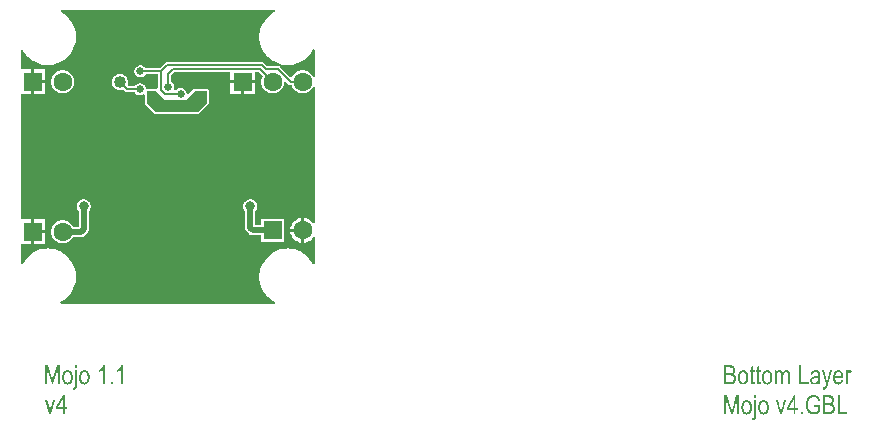
<source format=gbl>
G04*
G04 #@! TF.GenerationSoftware,Altium Limited,Altium Designer,24.5.2 (23)*
G04*
G04 Layer_Physical_Order=2*
G04 Layer_Color=16711680*
%FSLAX25Y25*%
%MOIN*%
G70*
G04*
G04 #@! TF.SameCoordinates,14D8FD4F-CE48-4F7E-93F5-DD934605E96C*
G04*
G04*
G04 #@! TF.FilePolarity,Positive*
G04*
G01*
G75*
%ADD41C,0.00700*%
%ADD43C,0.06299*%
%ADD44R,0.06299X0.06299*%
%ADD45C,0.02600*%
%ADD46C,0.03200*%
%ADD47C,0.04000*%
%ADD48C,0.02000*%
G36*
X85847Y98480D02*
X85275Y98183D01*
X84580Y97740D01*
X83926Y97238D01*
X83318Y96682D01*
X82762Y96074D01*
X82260Y95420D01*
X81817Y94725D01*
X81436Y93993D01*
X81121Y93232D01*
X80873Y92446D01*
X80694Y91641D01*
X80587Y90824D01*
X80551Y90000D01*
X80587Y89176D01*
X80694Y88359D01*
X80873Y87554D01*
X81121Y86768D01*
X81436Y86007D01*
X81817Y85275D01*
X82260Y84580D01*
X82762Y83926D01*
X83318Y83318D01*
X83926Y82762D01*
X84580Y82260D01*
X85275Y81817D01*
X86007Y81436D01*
X86768Y81121D01*
X87554Y80873D01*
X88359Y80694D01*
X89176Y80587D01*
X90000Y80551D01*
X90824Y80587D01*
X91641Y80694D01*
X92446Y80873D01*
X93232Y81121D01*
X93993Y81436D01*
X94725Y81817D01*
X95420Y82260D01*
X96074Y82762D01*
X96682Y83318D01*
X97238Y83926D01*
X97740Y84580D01*
X98183Y85275D01*
X98480Y85846D01*
X98980Y85724D01*
Y76756D01*
X98480Y76657D01*
X98460Y76706D01*
X98208Y77143D01*
X97900Y77544D01*
X97544Y77900D01*
X97143Y78208D01*
X96706Y78460D01*
X96240Y78653D01*
X95753Y78784D01*
X95252Y78850D01*
X94748D01*
X94247Y78784D01*
X93760Y78653D01*
X93294Y78460D01*
X92857Y78208D01*
X92456Y77900D01*
X92099Y77544D01*
X91792Y77143D01*
X91540Y76706D01*
X91510Y76634D01*
X90920Y76517D01*
X87488Y79949D01*
X87269Y80117D01*
X87014Y80223D01*
X86739Y80259D01*
X83261D01*
X83224Y80254D01*
X82129Y81349D01*
X81910Y81517D01*
X81654Y81623D01*
X81380Y81659D01*
X49914D01*
X49914Y81659D01*
X49640Y81623D01*
X49385Y81517D01*
X49165Y81349D01*
X47388Y79571D01*
X42611D01*
X42467Y79787D01*
X42188Y80065D01*
X41861Y80284D01*
X41497Y80435D01*
X41110Y80512D01*
X40716D01*
X40330Y80435D01*
X39966Y80284D01*
X39639Y80065D01*
X39360Y79787D01*
X39141Y79459D01*
X38990Y79095D01*
X38913Y78709D01*
Y78315D01*
X38990Y77928D01*
X39141Y77564D01*
X39360Y77237D01*
X39639Y76958D01*
X39966Y76739D01*
X40330Y76589D01*
X40716Y76512D01*
X41110D01*
X41497Y76589D01*
X41861Y76739D01*
X42188Y76958D01*
X42467Y77237D01*
X42611Y77453D01*
X46767D01*
Y72924D01*
X46556Y72764D01*
X46267Y72647D01*
X46183Y72682D01*
X46000Y72706D01*
X46000Y72706D01*
X43000D01*
X42811Y72699D01*
X42671Y73083D01*
X42520Y73447D01*
X42301Y73775D01*
X42023Y74054D01*
X41695Y74272D01*
X41331Y74423D01*
X40945Y74500D01*
X40551D01*
X40165Y74423D01*
X39801Y74272D01*
X39473Y74054D01*
X39195Y73775D01*
X39050Y73559D01*
X37002D01*
X36573Y73988D01*
X36696Y74368D01*
X36763Y74787D01*
Y75213D01*
X36696Y75632D01*
X36565Y76036D01*
X36372Y76415D01*
X36122Y76759D01*
X35822Y77060D01*
X35478Y77309D01*
X35099Y77502D01*
X34695Y77634D01*
X34275Y77700D01*
X33850D01*
X33431Y77634D01*
X33027Y77502D01*
X32648Y77309D01*
X32304Y77060D01*
X32004Y76759D01*
X31754Y76415D01*
X31561Y76036D01*
X31429Y75632D01*
X31363Y75213D01*
Y74787D01*
X31429Y74368D01*
X31561Y73964D01*
X31754Y73585D01*
X32004Y73241D01*
X32304Y72940D01*
X32648Y72691D01*
X33027Y72498D01*
X33431Y72366D01*
X33850Y72300D01*
X34275D01*
X34695Y72366D01*
X35075Y72490D01*
X35814Y71751D01*
X36033Y71583D01*
X36289Y71477D01*
X36563Y71441D01*
X39050D01*
X39195Y71225D01*
X39473Y70947D01*
X39801Y70728D01*
X40165Y70577D01*
X40551Y70500D01*
X40945D01*
X41331Y70577D01*
X41695Y70728D01*
X41794Y70793D01*
X42294Y70526D01*
Y68000D01*
X42294Y68000D01*
X42318Y67817D01*
X42388Y67647D01*
X42501Y67501D01*
X45501Y64501D01*
X45647Y64389D01*
X45817Y64318D01*
X46000Y64294D01*
X46000Y64294D01*
X60000D01*
X60000Y64294D01*
X60183Y64318D01*
X60353Y64389D01*
X60499Y64501D01*
X63499Y67501D01*
X63612Y67647D01*
X63682Y67817D01*
X63706Y68000D01*
X63706Y68000D01*
Y72000D01*
X63682Y72183D01*
X63612Y72353D01*
X63499Y72499D01*
X63353Y72611D01*
X63183Y72682D01*
X63000Y72706D01*
X59000D01*
X59000Y72706D01*
X58817Y72682D01*
X58647Y72611D01*
X58501Y72499D01*
X56783Y70782D01*
X56735Y70787D01*
X56300Y71006D01*
Y71234D01*
X56224Y71621D01*
X56073Y71985D01*
X55854Y72312D01*
X55575Y72591D01*
X55248Y72810D01*
X54884Y72961D01*
X54497Y73037D01*
X54103D01*
X53717Y72961D01*
X53353Y72810D01*
X53026Y72591D01*
X52747Y72312D01*
X52737Y72297D01*
X52418Y72239D01*
X52325Y72255D01*
X52070Y72732D01*
X52100Y72804D01*
X52176Y73190D01*
Y73584D01*
X52100Y73971D01*
X51949Y74335D01*
X51730Y74662D01*
X51451Y74941D01*
X51236Y75085D01*
Y77250D01*
X52126Y78140D01*
X70850D01*
Y75500D01*
X79150D01*
Y78140D01*
X80362D01*
X81634Y76869D01*
X81540Y76706D01*
X81347Y76240D01*
X81216Y75753D01*
X81150Y75252D01*
Y74748D01*
X81216Y74247D01*
X81347Y73760D01*
X81540Y73294D01*
X81792Y72857D01*
X82099Y72456D01*
X82456Y72100D01*
X82857Y71792D01*
X83294Y71540D01*
X83760Y71347D01*
X84247Y71216D01*
X84748Y71150D01*
X85252D01*
X85753Y71216D01*
X86240Y71347D01*
X86706Y71540D01*
X87143Y71792D01*
X87544Y72100D01*
X87901Y72456D01*
X88208Y72857D01*
X88460Y73294D01*
X88653Y73760D01*
X88784Y74247D01*
X88850Y74748D01*
Y74885D01*
X89350Y75092D01*
X90190Y74251D01*
X90410Y74083D01*
X90665Y73977D01*
X90939Y73941D01*
X90939Y73941D01*
X91298D01*
X91347Y73760D01*
X91540Y73294D01*
X91792Y72857D01*
X92099Y72456D01*
X92456Y72100D01*
X92857Y71792D01*
X93294Y71540D01*
X93760Y71347D01*
X94247Y71216D01*
X94748Y71150D01*
X95252D01*
X95753Y71216D01*
X96240Y71347D01*
X96706Y71540D01*
X97143Y71792D01*
X97544Y72100D01*
X97900Y72456D01*
X98208Y72857D01*
X98460Y73294D01*
X98480Y73343D01*
X98980Y73244D01*
Y27905D01*
X98480Y27771D01*
X98458Y27810D01*
X98127Y28242D01*
X97742Y28626D01*
X97310Y28958D01*
X96839Y29230D01*
X96337Y29438D01*
X95811Y29579D01*
X95500Y29620D01*
Y25500D01*
Y21380D01*
X95811Y21421D01*
X96337Y21562D01*
X96839Y21770D01*
X97310Y22042D01*
X97742Y22374D01*
X98127Y22758D01*
X98458Y23190D01*
X98480Y23229D01*
X98980Y23095D01*
Y14276D01*
X98480Y14154D01*
X98183Y14725D01*
X97740Y15420D01*
X97238Y16074D01*
X96682Y16682D01*
X96074Y17239D01*
X95420Y17740D01*
X94725Y18183D01*
X93993Y18564D01*
X93232Y18879D01*
X92446Y19127D01*
X91641Y19306D01*
X90824Y19413D01*
X90000Y19449D01*
X89176Y19413D01*
X88359Y19306D01*
X87554Y19127D01*
X86768Y18879D01*
X86007Y18564D01*
X85275Y18183D01*
X84580Y17740D01*
X83926Y17239D01*
X83318Y16682D01*
X82762Y16074D01*
X82260Y15420D01*
X81817Y14725D01*
X81436Y13993D01*
X81121Y13232D01*
X80873Y12446D01*
X80694Y11641D01*
X80587Y10824D01*
X80551Y10000D01*
X80587Y9176D01*
X80694Y8359D01*
X80873Y7554D01*
X81121Y6768D01*
X81436Y6007D01*
X81817Y5275D01*
X82260Y4580D01*
X82762Y3926D01*
X83318Y3318D01*
X83926Y2761D01*
X84580Y2260D01*
X85275Y1817D01*
X85847Y1519D01*
X85724Y1020D01*
X14276D01*
X14154Y1519D01*
X14725Y1817D01*
X15420Y2260D01*
X16074Y2761D01*
X16682Y3318D01*
X17239Y3926D01*
X17740Y4580D01*
X18183Y5275D01*
X18564Y6007D01*
X18879Y6768D01*
X19127Y7554D01*
X19306Y8359D01*
X19413Y9176D01*
X19449Y10000D01*
X19413Y10824D01*
X19306Y11641D01*
X19127Y12446D01*
X18879Y13232D01*
X18564Y13993D01*
X18183Y14725D01*
X17740Y15420D01*
X17239Y16074D01*
X16682Y16682D01*
X16074Y17239D01*
X15420Y17740D01*
X14725Y18183D01*
X13993Y18564D01*
X13232Y18879D01*
X12446Y19127D01*
X11641Y19306D01*
X10824Y19413D01*
X10000Y19449D01*
X9176Y19413D01*
X8359Y19306D01*
X7554Y19127D01*
X6768Y18879D01*
X6007Y18564D01*
X5275Y18183D01*
X4580Y17740D01*
X3926Y17239D01*
X3318Y16682D01*
X2761Y16074D01*
X2260Y15420D01*
X1817Y14725D01*
X1519Y14154D01*
X1020Y14276D01*
Y20850D01*
X4500D01*
Y25000D01*
Y29150D01*
X1020D01*
Y70850D01*
X4500D01*
Y75000D01*
Y79150D01*
X1020D01*
Y85724D01*
X1519Y85846D01*
X1817Y85275D01*
X2260Y84580D01*
X2761Y83926D01*
X3318Y83318D01*
X3926Y82762D01*
X4580Y82260D01*
X5275Y81817D01*
X6007Y81436D01*
X6768Y81121D01*
X7554Y80873D01*
X8359Y80694D01*
X9176Y80587D01*
X10000Y80551D01*
X10824Y80587D01*
X11641Y80694D01*
X12446Y80873D01*
X13232Y81121D01*
X13993Y81436D01*
X14725Y81817D01*
X15420Y82260D01*
X16074Y82762D01*
X16682Y83318D01*
X17239Y83926D01*
X17740Y84580D01*
X18183Y85275D01*
X18564Y86007D01*
X18879Y86768D01*
X19127Y87554D01*
X19306Y88359D01*
X19413Y89176D01*
X19449Y90000D01*
X19413Y90824D01*
X19306Y91641D01*
X19127Y92446D01*
X18879Y93232D01*
X18564Y93993D01*
X18183Y94725D01*
X17740Y95420D01*
X17239Y96074D01*
X16682Y96682D01*
X16074Y97238D01*
X15420Y97740D01*
X14725Y98183D01*
X14154Y98480D01*
X14276Y98980D01*
X85724D01*
X85847Y98480D01*
D02*
G37*
G36*
X63000Y68000D02*
X60000Y65000D01*
X46000D01*
X43000Y68000D01*
Y72000D01*
X46000D01*
X49000Y69000D01*
X56000D01*
X59000Y72000D01*
X63000D01*
Y68000D01*
D02*
G37*
G36*
X19732Y-20393D02*
X19099D01*
Y-19492D01*
X19732D01*
Y-20393D01*
D02*
G37*
G36*
X256334Y-21137D02*
X256380Y-21142D01*
X256436Y-21151D01*
X256491Y-21165D01*
X256556Y-21179D01*
X256621Y-21197D01*
X256690Y-21220D01*
X256764Y-21252D01*
X256833Y-21289D01*
X256902Y-21331D01*
X256972Y-21382D01*
X257036Y-21437D01*
X257097Y-21502D01*
X257101Y-21507D01*
X257110Y-21520D01*
X257124Y-21539D01*
X257147Y-21571D01*
X257170Y-21613D01*
X257198Y-21659D01*
X257226Y-21719D01*
X257254Y-21784D01*
X257281Y-21862D01*
X257314Y-21945D01*
X257337Y-22042D01*
X257360Y-22149D01*
X257383Y-22264D01*
X257397Y-22389D01*
X257406Y-22523D01*
X257411Y-22671D01*
Y-25803D01*
X256778D01*
Y-22925D01*
Y-22920D01*
Y-22902D01*
Y-22879D01*
Y-22846D01*
Y-22805D01*
X256773Y-22759D01*
Y-22708D01*
X256768Y-22652D01*
X256759Y-22541D01*
X256745Y-22426D01*
X256727Y-22320D01*
X256718Y-22274D01*
X256704Y-22232D01*
Y-22227D01*
X256699Y-22223D01*
X256690Y-22199D01*
X256671Y-22158D01*
X256648Y-22112D01*
X256616Y-22061D01*
X256579Y-22010D01*
X256528Y-21959D01*
X256473Y-21913D01*
X256464Y-21908D01*
X256445Y-21895D01*
X256413Y-21876D01*
X256366Y-21853D01*
X256316Y-21835D01*
X256251Y-21816D01*
X256186Y-21802D01*
X256112Y-21798D01*
X256071D01*
X256043Y-21802D01*
X256011Y-21807D01*
X255969Y-21816D01*
X255923Y-21825D01*
X255877Y-21839D01*
X255821Y-21858D01*
X255770Y-21876D01*
X255710Y-21904D01*
X255655Y-21936D01*
X255600Y-21973D01*
X255544Y-22019D01*
X255493Y-22066D01*
X255443Y-22126D01*
X255438Y-22130D01*
X255433Y-22140D01*
X255419Y-22158D01*
X255401Y-22186D01*
X255382Y-22223D01*
X255359Y-22264D01*
X255336Y-22315D01*
X255313Y-22375D01*
X255290Y-22440D01*
X255267Y-22518D01*
X255244Y-22602D01*
X255225Y-22694D01*
X255207Y-22795D01*
X255193Y-22902D01*
X255188Y-23022D01*
X255184Y-23147D01*
Y-25803D01*
X254551D01*
Y-22832D01*
Y-22828D01*
Y-22809D01*
Y-22777D01*
X254546Y-22740D01*
Y-22694D01*
X254542Y-22638D01*
X254537Y-22583D01*
X254528Y-22518D01*
X254509Y-22389D01*
X254477Y-22255D01*
X254458Y-22195D01*
X254435Y-22135D01*
X254408Y-22079D01*
X254375Y-22033D01*
Y-22029D01*
X254366Y-22024D01*
X254343Y-21996D01*
X254306Y-21959D01*
X254251Y-21913D01*
X254181Y-21871D01*
X254098Y-21835D01*
X254001Y-21807D01*
X253950Y-21802D01*
X253895Y-21798D01*
X253853D01*
X253821Y-21802D01*
X253788Y-21807D01*
X253742Y-21816D01*
X253696Y-21825D01*
X253645Y-21839D01*
X253590Y-21858D01*
X253534Y-21885D01*
X253479Y-21913D01*
X253424Y-21945D01*
X253363Y-21987D01*
X253308Y-22033D01*
X253257Y-22089D01*
X253206Y-22149D01*
X253202Y-22153D01*
X253197Y-22167D01*
X253183Y-22186D01*
X253169Y-22218D01*
X253151Y-22260D01*
X253128Y-22310D01*
X253105Y-22370D01*
X253082Y-22440D01*
X253059Y-22523D01*
X253035Y-22615D01*
X253017Y-22722D01*
X252994Y-22837D01*
X252980Y-22966D01*
X252966Y-23110D01*
X252961Y-23267D01*
X252957Y-23433D01*
Y-25803D01*
X252324D01*
Y-21234D01*
X252892D01*
Y-21867D01*
X252902Y-21858D01*
X252911Y-21839D01*
X252925Y-21812D01*
X252943Y-21784D01*
X252966Y-21751D01*
X253022Y-21673D01*
X253091Y-21585D01*
X253174Y-21493D01*
X253267Y-21405D01*
X253373Y-21326D01*
X253377Y-21322D01*
X253387Y-21317D01*
X253405Y-21308D01*
X253424Y-21294D01*
X253451Y-21280D01*
X253488Y-21266D01*
X253525Y-21248D01*
X253567Y-21229D01*
X253664Y-21192D01*
X253775Y-21165D01*
X253895Y-21142D01*
X254024Y-21132D01*
X254061D01*
X254089Y-21137D01*
X254126D01*
X254163Y-21142D01*
X254209Y-21151D01*
X254255Y-21155D01*
X254361Y-21183D01*
X254472Y-21220D01*
X254588Y-21266D01*
X254643Y-21299D01*
X254694Y-21336D01*
X254699D01*
X254708Y-21345D01*
X254722Y-21359D01*
X254740Y-21373D01*
X254759Y-21396D01*
X254786Y-21419D01*
X254847Y-21483D01*
X254907Y-21571D01*
X254971Y-21673D01*
X255031Y-21788D01*
X255082Y-21927D01*
X255087Y-21922D01*
X255091Y-21908D01*
X255105Y-21890D01*
X255124Y-21862D01*
X255142Y-21830D01*
X255170Y-21788D01*
X255230Y-21705D01*
X255309Y-21608D01*
X255396Y-21507D01*
X255493Y-21414D01*
X255544Y-21373D01*
X255600Y-21331D01*
X255604Y-21326D01*
X255613Y-21322D01*
X255627Y-21313D01*
X255650Y-21299D01*
X255678Y-21285D01*
X255710Y-21266D01*
X255747Y-21248D01*
X255789Y-21229D01*
X255886Y-21197D01*
X255997Y-21165D01*
X256117Y-21142D01*
X256182Y-21132D01*
X256297D01*
X256334Y-21137D01*
D02*
G37*
G36*
X277471Y-21137D02*
X277498Y-21142D01*
X277535Y-21146D01*
X277572Y-21151D01*
X277619Y-21165D01*
X277715Y-21192D01*
X277826Y-21239D01*
X277882Y-21266D01*
X277942Y-21299D01*
X278007Y-21336D01*
X278067Y-21382D01*
X277850Y-22103D01*
X277845D01*
X277840Y-22093D01*
X277826Y-22089D01*
X277808Y-22075D01*
X277762Y-22047D01*
X277702Y-22015D01*
X277632Y-21987D01*
X277554Y-21959D01*
X277471Y-21941D01*
X277387Y-21932D01*
X277355D01*
X277314Y-21941D01*
X277263Y-21950D01*
X277207Y-21969D01*
X277143Y-21992D01*
X277078Y-22029D01*
X277013Y-22075D01*
X277004Y-22079D01*
X276986Y-22103D01*
X276958Y-22135D01*
X276921Y-22176D01*
X276884Y-22237D01*
X276847Y-22301D01*
X276810Y-22380D01*
X276782Y-22472D01*
Y-22477D01*
X276778Y-22491D01*
X276773Y-22518D01*
X276764Y-22551D01*
X276755Y-22592D01*
X276745Y-22638D01*
X276731Y-22694D01*
X276722Y-22754D01*
X276713Y-22823D01*
X276699Y-22897D01*
X276690Y-22976D01*
X276681Y-23059D01*
X276667Y-23230D01*
X276662Y-23415D01*
Y-25803D01*
X276029D01*
Y-21234D01*
X276602D01*
Y-21932D01*
X276607Y-21927D01*
X276611Y-21908D01*
X276625Y-21885D01*
X276639Y-21853D01*
X276658Y-21816D01*
X276681Y-21770D01*
X276731Y-21668D01*
X276796Y-21562D01*
X276861Y-21456D01*
X276898Y-21405D01*
X276930Y-21363D01*
X276967Y-21322D01*
X276999Y-21289D01*
X277009Y-21285D01*
X277032Y-21266D01*
X277069Y-21239D01*
X277119Y-21211D01*
X277184Y-21183D01*
X277254Y-21155D01*
X277332Y-21137D01*
X277415Y-21132D01*
X277448D01*
X277471Y-21137D01*
D02*
G37*
G36*
X14073Y-25803D02*
X13412D01*
Y-20523D01*
X11906Y-25803D01*
X11287D01*
X9794Y-20435D01*
Y-25803D01*
X9134D01*
Y-19492D01*
X10164D01*
X11388Y-23964D01*
X11633Y-24898D01*
Y-24893D01*
X11638Y-24879D01*
X11643Y-24861D01*
X11652Y-24833D01*
X11661Y-24796D01*
X11670Y-24750D01*
X11689Y-24699D01*
X11703Y-24639D01*
X11721Y-24570D01*
X11739Y-24496D01*
X11763Y-24412D01*
X11790Y-24325D01*
X11818Y-24223D01*
X11846Y-24117D01*
X11878Y-24006D01*
X11910Y-23886D01*
X13149Y-19492D01*
X14073D01*
Y-25803D01*
D02*
G37*
G36*
X270046Y-25877D02*
Y-25882D01*
X270042Y-25886D01*
X270037Y-25900D01*
X270033Y-25919D01*
X270019Y-25960D01*
X270000Y-26025D01*
X269977Y-26094D01*
X269949Y-26177D01*
X269917Y-26270D01*
X269885Y-26367D01*
X269815Y-26570D01*
X269778Y-26672D01*
X269741Y-26769D01*
X269704Y-26861D01*
X269668Y-26944D01*
X269635Y-27018D01*
X269603Y-27083D01*
Y-27088D01*
X269594Y-27097D01*
X269589Y-27111D01*
X269575Y-27134D01*
X269543Y-27185D01*
X269496Y-27254D01*
X269441Y-27323D01*
X269381Y-27397D01*
X269312Y-27466D01*
X269238Y-27522D01*
X269229Y-27526D01*
X269201Y-27540D01*
X269159Y-27563D01*
X269104Y-27586D01*
X269035Y-27614D01*
X268956Y-27633D01*
X268868Y-27651D01*
X268776Y-27656D01*
X268743D01*
X268706Y-27651D01*
X268656Y-27642D01*
X268596Y-27633D01*
X268526Y-27619D01*
X268452Y-27596D01*
X268369Y-27563D01*
X268300Y-26833D01*
X268305D01*
X268309Y-26838D01*
X268337Y-26843D01*
X268374Y-26856D01*
X268425Y-26866D01*
X268480Y-26880D01*
X268540Y-26893D01*
X268600Y-26898D01*
X268656Y-26903D01*
X268688D01*
X268725Y-26898D01*
X268776Y-26893D01*
X268827Y-26884D01*
X268882Y-26866D01*
X268937Y-26847D01*
X268988Y-26820D01*
X268993Y-26815D01*
X269011Y-26806D01*
X269035Y-26783D01*
X269067Y-26755D01*
X269099Y-26722D01*
X269136Y-26676D01*
X269173Y-26625D01*
X269205Y-26565D01*
Y-26561D01*
X269210Y-26556D01*
X269215Y-26547D01*
X269219Y-26528D01*
X269229Y-26510D01*
X269238Y-26482D01*
X269247Y-26445D01*
X269266Y-26404D01*
X269279Y-26353D01*
X269303Y-26288D01*
X269326Y-26214D01*
X269353Y-26131D01*
X269381Y-26034D01*
X269418Y-25923D01*
X269455Y-25798D01*
X268037Y-21234D01*
X268720D01*
X269501Y-23872D01*
Y-23877D01*
X269506Y-23895D01*
X269515Y-23923D01*
X269524Y-23960D01*
X269538Y-24006D01*
X269557Y-24057D01*
X269570Y-24122D01*
X269589Y-24191D01*
X269612Y-24265D01*
X269631Y-24348D01*
X269654Y-24436D01*
X269677Y-24528D01*
X269727Y-24722D01*
X269774Y-24930D01*
Y-24925D01*
X269778Y-24907D01*
X269783Y-24879D01*
X269792Y-24838D01*
X269801Y-24791D01*
X269815Y-24736D01*
X269829Y-24671D01*
X269848Y-24602D01*
X269862Y-24523D01*
X269885Y-24440D01*
X269926Y-24269D01*
X269972Y-24080D01*
X270028Y-23890D01*
X270832Y-21234D01*
X271469D01*
X270046Y-25877D01*
D02*
G37*
G36*
X266059Y-21137D02*
X266110D01*
X266165Y-21142D01*
X266230Y-21151D01*
X266300Y-21160D01*
X266447Y-21188D01*
X266600Y-21225D01*
X266752Y-21280D01*
X266822Y-21317D01*
X266886Y-21354D01*
X266891Y-21359D01*
X266900Y-21363D01*
X266919Y-21377D01*
X266942Y-21396D01*
X266997Y-21442D01*
X267066Y-21507D01*
X267140Y-21585D01*
X267210Y-21678D01*
X267270Y-21784D01*
X267293Y-21844D01*
X267311Y-21904D01*
Y-21908D01*
X267316Y-21918D01*
X267320Y-21936D01*
X267325Y-21964D01*
X267334Y-22001D01*
X267339Y-22042D01*
X267348Y-22089D01*
X267357Y-22144D01*
X267367Y-22209D01*
X267376Y-22283D01*
X267381Y-22361D01*
X267390Y-22444D01*
X267394Y-22537D01*
X267399Y-22638D01*
X267404Y-22745D01*
Y-22860D01*
Y-23890D01*
Y-23895D01*
Y-23904D01*
Y-23918D01*
Y-23937D01*
Y-23964D01*
Y-23992D01*
Y-24066D01*
Y-24149D01*
Y-24251D01*
X267408Y-24357D01*
Y-24468D01*
X267413Y-24704D01*
X267418Y-24814D01*
Y-24925D01*
X267422Y-25027D01*
X267427Y-25119D01*
X267436Y-25198D01*
Y-25230D01*
X267441Y-25258D01*
Y-25263D01*
Y-25272D01*
X267445Y-25286D01*
X267450Y-25304D01*
X267455Y-25332D01*
X267459Y-25360D01*
X267478Y-25433D01*
X267501Y-25517D01*
X267528Y-25605D01*
X267565Y-25706D01*
X267607Y-25803D01*
X266946D01*
Y-25798D01*
X266942Y-25794D01*
X266937Y-25780D01*
X266928Y-25762D01*
X266923Y-25738D01*
X266909Y-25711D01*
X266891Y-25646D01*
X266868Y-25563D01*
X266845Y-25471D01*
X266826Y-25364D01*
X266812Y-25244D01*
X266808Y-25249D01*
X266798Y-25258D01*
X266780Y-25276D01*
X266757Y-25300D01*
X266729Y-25327D01*
X266692Y-25360D01*
X266655Y-25392D01*
X266609Y-25429D01*
X266512Y-25512D01*
X266396Y-25595D01*
X266276Y-25674D01*
X266147Y-25743D01*
X266142D01*
X266133Y-25752D01*
X266115Y-25757D01*
X266087Y-25771D01*
X266055Y-25780D01*
X266018Y-25794D01*
X265976Y-25812D01*
X265930Y-25826D01*
X265819Y-25859D01*
X265699Y-25882D01*
X265569Y-25900D01*
X265431Y-25909D01*
X265403D01*
X265375Y-25905D01*
X265334D01*
X265283Y-25900D01*
X265228Y-25891D01*
X265163Y-25882D01*
X265094Y-25863D01*
X265020Y-25845D01*
X264946Y-25822D01*
X264867Y-25794D01*
X264789Y-25762D01*
X264715Y-25720D01*
X264636Y-25674D01*
X264567Y-25618D01*
X264498Y-25558D01*
X264493Y-25554D01*
X264484Y-25540D01*
X264465Y-25521D01*
X264442Y-25494D01*
X264419Y-25457D01*
X264387Y-25415D01*
X264359Y-25364D01*
X264327Y-25309D01*
X264294Y-25244D01*
X264262Y-25170D01*
X264230Y-25092D01*
X264207Y-25008D01*
X264183Y-24916D01*
X264165Y-24819D01*
X264156Y-24717D01*
X264151Y-24607D01*
Y-24602D01*
Y-24588D01*
Y-24570D01*
X264156Y-24537D01*
Y-24505D01*
X264160Y-24463D01*
X264165Y-24417D01*
X264170Y-24371D01*
X264193Y-24260D01*
X264220Y-24145D01*
X264258Y-24020D01*
X264313Y-23904D01*
Y-23900D01*
X264322Y-23890D01*
X264331Y-23877D01*
X264341Y-23854D01*
X264378Y-23798D01*
X264428Y-23729D01*
X264493Y-23655D01*
X264567Y-23576D01*
X264655Y-23498D01*
X264756Y-23428D01*
X264761D01*
X264770Y-23419D01*
X264789Y-23410D01*
X264812Y-23401D01*
X264840Y-23387D01*
X264877Y-23368D01*
X264923Y-23350D01*
X264973Y-23331D01*
X265029Y-23308D01*
X265094Y-23290D01*
X265163Y-23267D01*
X265242Y-23244D01*
X265325Y-23225D01*
X265417Y-23207D01*
X265514Y-23188D01*
X265620Y-23170D01*
X265630D01*
X265653Y-23165D01*
X265694Y-23160D01*
X265750Y-23151D01*
X265810Y-23137D01*
X265884Y-23128D01*
X265967Y-23110D01*
X266055Y-23096D01*
X266239Y-23054D01*
X266429Y-23008D01*
X266521Y-22985D01*
X266609Y-22957D01*
X266688Y-22930D01*
X266761Y-22902D01*
X266766Y-22708D01*
Y-22703D01*
Y-22689D01*
Y-22661D01*
X266761Y-22629D01*
Y-22592D01*
X266757Y-22551D01*
X266743Y-22449D01*
X266724Y-22338D01*
X266692Y-22232D01*
X266651Y-22130D01*
X266628Y-22084D01*
X266595Y-22047D01*
X266590Y-22042D01*
X266586Y-22033D01*
X266572Y-22019D01*
X266549Y-22005D01*
X266526Y-21982D01*
X266494Y-21959D01*
X266457Y-21936D01*
X266415Y-21908D01*
X266369Y-21881D01*
X266313Y-21858D01*
X266253Y-21835D01*
X266189Y-21812D01*
X266115Y-21798D01*
X266041Y-21784D01*
X265953Y-21775D01*
X265865Y-21770D01*
X265824D01*
X265791Y-21775D01*
X265754D01*
X265713Y-21779D01*
X265616Y-21793D01*
X265510Y-21816D01*
X265399Y-21848D01*
X265292Y-21895D01*
X265246Y-21922D01*
X265200Y-21955D01*
X265195D01*
X265191Y-21964D01*
X265181Y-21973D01*
X265163Y-21992D01*
X265144Y-22015D01*
X265126Y-22038D01*
X265103Y-22070D01*
X265080Y-22112D01*
X265052Y-22153D01*
X265029Y-22204D01*
X265001Y-22260D01*
X264973Y-22324D01*
X264950Y-22394D01*
X264923Y-22467D01*
X264900Y-22551D01*
X264881Y-22643D01*
X264258Y-22541D01*
Y-22532D01*
X264262Y-22509D01*
X264271Y-22472D01*
X264285Y-22421D01*
X264299Y-22361D01*
X264322Y-22292D01*
X264345Y-22213D01*
X264373Y-22130D01*
X264405Y-22047D01*
X264447Y-21955D01*
X264489Y-21867D01*
X264539Y-21779D01*
X264595Y-21691D01*
X264655Y-21613D01*
X264720Y-21539D01*
X264793Y-21470D01*
X264798Y-21465D01*
X264812Y-21456D01*
X264835Y-21437D01*
X264872Y-21419D01*
X264914Y-21391D01*
X264964Y-21363D01*
X265024Y-21331D01*
X265094Y-21299D01*
X265172Y-21271D01*
X265260Y-21239D01*
X265357Y-21211D01*
X265459Y-21183D01*
X265574Y-21165D01*
X265694Y-21146D01*
X265824Y-21137D01*
X265962Y-21132D01*
X266018D01*
X266059Y-21137D01*
D02*
G37*
G36*
X34983Y-25803D02*
X34345D01*
Y-20869D01*
X34341Y-20874D01*
X34336Y-20878D01*
X34322Y-20897D01*
X34304Y-20915D01*
X34280Y-20938D01*
X34257Y-20966D01*
X34188Y-21031D01*
X34105Y-21114D01*
X34003Y-21202D01*
X33888Y-21299D01*
X33754Y-21400D01*
X33749Y-21405D01*
X33735Y-21414D01*
X33717Y-21428D01*
X33689Y-21442D01*
X33657Y-21465D01*
X33620Y-21493D01*
X33578Y-21520D01*
X33532Y-21553D01*
X33426Y-21617D01*
X33310Y-21682D01*
X33195Y-21747D01*
X33075Y-21802D01*
Y-21054D01*
X33079Y-21049D01*
X33098Y-21040D01*
X33125Y-21021D01*
X33163Y-20998D01*
X33209Y-20971D01*
X33259Y-20934D01*
X33320Y-20897D01*
X33384Y-20851D01*
X33458Y-20800D01*
X33532Y-20744D01*
X33685Y-20615D01*
X33842Y-20476D01*
X33999Y-20319D01*
X34003Y-20315D01*
X34017Y-20301D01*
X34036Y-20278D01*
X34063Y-20245D01*
X34100Y-20204D01*
X34137Y-20157D01*
X34179Y-20107D01*
X34220Y-20051D01*
X34267Y-19987D01*
X34317Y-19922D01*
X34410Y-19779D01*
X34498Y-19626D01*
X34535Y-19548D01*
X34567Y-19469D01*
X34983D01*
Y-25803D01*
D02*
G37*
G36*
X261084Y-25059D02*
X263634D01*
Y-25803D01*
X260400D01*
Y-19492D01*
X261084D01*
Y-25059D01*
D02*
G37*
G36*
X31684Y-25803D02*
X30959D01*
Y-24921D01*
X31684D01*
Y-25803D01*
D02*
G37*
G36*
X28954D02*
X28316D01*
Y-20869D01*
X28311Y-20874D01*
X28307Y-20878D01*
X28293Y-20897D01*
X28275Y-20915D01*
X28251Y-20938D01*
X28228Y-20966D01*
X28159Y-21031D01*
X28076Y-21114D01*
X27974Y-21202D01*
X27859Y-21299D01*
X27725Y-21400D01*
X27720Y-21405D01*
X27706Y-21414D01*
X27688Y-21428D01*
X27660Y-21442D01*
X27628Y-21465D01*
X27591Y-21493D01*
X27549Y-21520D01*
X27503Y-21553D01*
X27397Y-21617D01*
X27281Y-21682D01*
X27166Y-21747D01*
X27046Y-21802D01*
Y-21054D01*
X27050Y-21049D01*
X27069Y-21040D01*
X27096Y-21021D01*
X27133Y-20998D01*
X27180Y-20971D01*
X27230Y-20934D01*
X27290Y-20897D01*
X27355Y-20851D01*
X27429Y-20800D01*
X27503Y-20744D01*
X27655Y-20615D01*
X27812Y-20476D01*
X27970Y-20319D01*
X27974Y-20315D01*
X27988Y-20301D01*
X28007Y-20278D01*
X28034Y-20245D01*
X28071Y-20204D01*
X28108Y-20157D01*
X28150Y-20107D01*
X28191Y-20051D01*
X28238Y-19987D01*
X28288Y-19922D01*
X28381Y-19779D01*
X28469Y-19626D01*
X28506Y-19548D01*
X28538Y-19469D01*
X28954D01*
Y-25803D01*
D02*
G37*
G36*
X237545Y-19497D02*
X237595D01*
X237651Y-19501D01*
X237716Y-19506D01*
X237785Y-19515D01*
X237937Y-19538D01*
X238090Y-19571D01*
X238242Y-19617D01*
X238316Y-19645D01*
X238381Y-19677D01*
X238385D01*
X238395Y-19686D01*
X238413Y-19695D01*
X238436Y-19714D01*
X238469Y-19733D01*
X238501Y-19756D01*
X238580Y-19816D01*
X238672Y-19899D01*
X238718Y-19945D01*
X238764Y-19996D01*
X238810Y-20051D01*
X238857Y-20116D01*
X238903Y-20181D01*
X238945Y-20250D01*
X238949Y-20255D01*
X238954Y-20268D01*
X238963Y-20287D01*
X238981Y-20319D01*
X238995Y-20356D01*
X239014Y-20398D01*
X239037Y-20449D01*
X239055Y-20504D01*
X239078Y-20564D01*
X239097Y-20629D01*
X239134Y-20772D01*
X239157Y-20934D01*
X239162Y-21017D01*
X239166Y-21105D01*
Y-21109D01*
Y-21123D01*
Y-21146D01*
X239162Y-21179D01*
Y-21215D01*
X239157Y-21262D01*
X239152Y-21313D01*
X239143Y-21363D01*
X239120Y-21488D01*
X239088Y-21617D01*
X239041Y-21756D01*
X238977Y-21890D01*
Y-21895D01*
X238968Y-21904D01*
X238958Y-21922D01*
X238940Y-21945D01*
X238921Y-21978D01*
X238898Y-22010D01*
X238838Y-22089D01*
X238764Y-22176D01*
X238672Y-22274D01*
X238566Y-22366D01*
X238441Y-22449D01*
X238445D01*
X238459Y-22458D01*
X238482Y-22467D01*
X238515Y-22481D01*
X238552Y-22500D01*
X238598Y-22523D01*
X238649Y-22546D01*
X238700Y-22578D01*
X238755Y-22615D01*
X238815Y-22657D01*
X238871Y-22703D01*
X238931Y-22754D01*
X238991Y-22809D01*
X239046Y-22870D01*
X239102Y-22934D01*
X239152Y-23008D01*
X239157Y-23013D01*
X239162Y-23027D01*
X239176Y-23050D01*
X239194Y-23077D01*
X239212Y-23114D01*
X239235Y-23160D01*
X239259Y-23216D01*
X239286Y-23276D01*
X239310Y-23345D01*
X239333Y-23419D01*
X239356Y-23498D01*
X239374Y-23581D01*
X239393Y-23673D01*
X239406Y-23770D01*
X239411Y-23872D01*
X239416Y-23978D01*
Y-23983D01*
Y-24001D01*
Y-24034D01*
X239411Y-24075D01*
X239406Y-24126D01*
X239402Y-24182D01*
X239397Y-24246D01*
X239388Y-24320D01*
X239374Y-24394D01*
X239360Y-24477D01*
X239319Y-24644D01*
X239291Y-24731D01*
X239259Y-24819D01*
X239222Y-24902D01*
X239180Y-24985D01*
X239176Y-24990D01*
X239171Y-25004D01*
X239157Y-25027D01*
X239139Y-25055D01*
X239115Y-25092D01*
X239083Y-25133D01*
X239051Y-25175D01*
X239014Y-25226D01*
X238921Y-25327D01*
X238815Y-25429D01*
X238690Y-25526D01*
X238626Y-25572D01*
X238552Y-25609D01*
X238547D01*
X238533Y-25618D01*
X238510Y-25628D01*
X238482Y-25641D01*
X238441Y-25655D01*
X238395Y-25669D01*
X238335Y-25688D01*
X238275Y-25706D01*
X238201Y-25725D01*
X238118Y-25743D01*
X238030Y-25757D01*
X237937Y-25771D01*
X237831Y-25785D01*
X237720Y-25794D01*
X237605Y-25798D01*
X237480Y-25803D01*
X235512D01*
Y-19492D01*
X237503D01*
X237545Y-19497D01*
D02*
G37*
G36*
X247062Y-21234D02*
X247704D01*
Y-21835D01*
X247062D01*
Y-24509D01*
Y-24514D01*
Y-24523D01*
Y-24546D01*
Y-24570D01*
Y-24597D01*
X247066Y-24630D01*
X247071Y-24708D01*
X247076Y-24787D01*
X247085Y-24865D01*
X247099Y-24935D01*
X247108Y-24962D01*
X247117Y-24985D01*
X247122Y-24990D01*
X247131Y-25008D01*
X247154Y-25032D01*
X247186Y-25059D01*
X247228Y-25092D01*
X247279Y-25115D01*
X247344Y-25133D01*
X247422Y-25138D01*
X247464D01*
X247496Y-25133D01*
X247538D01*
X247584Y-25124D01*
X247644Y-25119D01*
X247704Y-25110D01*
X247792Y-25794D01*
X247787D01*
X247778Y-25798D01*
X247764D01*
X247746Y-25803D01*
X247699Y-25817D01*
X247635Y-25826D01*
X247561Y-25840D01*
X247482Y-25854D01*
X247399Y-25859D01*
X247316Y-25863D01*
X247260D01*
X247233Y-25859D01*
X247200Y-25854D01*
X247127Y-25845D01*
X247039Y-25831D01*
X246951Y-25808D01*
X246863Y-25775D01*
X246780Y-25734D01*
X246771Y-25729D01*
X246748Y-25711D01*
X246711Y-25683D01*
X246669Y-25641D01*
X246623Y-25591D01*
X246577Y-25531D01*
X246535Y-25457D01*
X246503Y-25378D01*
Y-25374D01*
X246498Y-25369D01*
Y-25350D01*
X246494Y-25332D01*
X246484Y-25304D01*
X246480Y-25267D01*
X246475Y-25226D01*
X246466Y-25179D01*
X246461Y-25119D01*
X246452Y-25055D01*
X246447Y-24981D01*
X246443Y-24898D01*
X246438Y-24805D01*
X246433Y-24704D01*
X246429Y-24588D01*
Y-24468D01*
Y-21835D01*
X245962D01*
Y-21234D01*
X246429D01*
Y-20102D01*
X247062Y-19636D01*
Y-21234D01*
D02*
G37*
G36*
X245052D02*
X245694D01*
Y-21835D01*
X245052D01*
Y-24509D01*
Y-24514D01*
Y-24523D01*
Y-24546D01*
Y-24570D01*
Y-24597D01*
X245057Y-24630D01*
X245061Y-24708D01*
X245066Y-24787D01*
X245075Y-24865D01*
X245089Y-24935D01*
X245098Y-24962D01*
X245108Y-24985D01*
X245112Y-24990D01*
X245121Y-25008D01*
X245145Y-25032D01*
X245177Y-25059D01*
X245218Y-25092D01*
X245269Y-25115D01*
X245334Y-25133D01*
X245412Y-25138D01*
X245454D01*
X245486Y-25133D01*
X245528D01*
X245574Y-25124D01*
X245634Y-25119D01*
X245694Y-25110D01*
X245782Y-25794D01*
X245777D01*
X245768Y-25798D01*
X245754D01*
X245736Y-25803D01*
X245690Y-25817D01*
X245625Y-25826D01*
X245551Y-25840D01*
X245473Y-25854D01*
X245389Y-25859D01*
X245306Y-25863D01*
X245251D01*
X245223Y-25859D01*
X245191Y-25854D01*
X245117Y-25845D01*
X245029Y-25831D01*
X244941Y-25808D01*
X244853Y-25775D01*
X244770Y-25734D01*
X244761Y-25729D01*
X244738Y-25711D01*
X244701Y-25683D01*
X244659Y-25641D01*
X244613Y-25591D01*
X244567Y-25531D01*
X244525Y-25457D01*
X244493Y-25378D01*
Y-25374D01*
X244489Y-25369D01*
Y-25350D01*
X244484Y-25332D01*
X244475Y-25304D01*
X244470Y-25267D01*
X244465Y-25226D01*
X244456Y-25179D01*
X244451Y-25119D01*
X244442Y-25055D01*
X244438Y-24981D01*
X244433Y-24898D01*
X244428Y-24805D01*
X244424Y-24704D01*
X244419Y-24588D01*
Y-24468D01*
Y-21835D01*
X243953D01*
Y-21234D01*
X244419D01*
Y-20102D01*
X245052Y-19636D01*
Y-21234D01*
D02*
G37*
G36*
X273613Y-21137D02*
X273664Y-21142D01*
X273728Y-21151D01*
X273798Y-21165D01*
X273881Y-21183D01*
X273969Y-21211D01*
X274061Y-21243D01*
X274158Y-21280D01*
X274260Y-21331D01*
X274361Y-21391D01*
X274463Y-21460D01*
X274565Y-21543D01*
X274662Y-21641D01*
X274754Y-21747D01*
X274759Y-21756D01*
X274777Y-21775D01*
X274800Y-21812D01*
X274828Y-21862D01*
X274865Y-21922D01*
X274907Y-22001D01*
X274953Y-22093D01*
X274999Y-22195D01*
X275041Y-22315D01*
X275087Y-22444D01*
X275128Y-22592D01*
X275165Y-22749D01*
X275193Y-22920D01*
X275221Y-23105D01*
X275235Y-23304D01*
X275239Y-23516D01*
Y-23720D01*
X272444D01*
Y-23729D01*
X272449Y-23752D01*
Y-23793D01*
X272453Y-23844D01*
X272463Y-23909D01*
X272472Y-23983D01*
X272486Y-24066D01*
X272504Y-24154D01*
X272546Y-24343D01*
X272573Y-24440D01*
X272606Y-24537D01*
X272647Y-24630D01*
X272689Y-24722D01*
X272740Y-24805D01*
X272795Y-24884D01*
X272800Y-24888D01*
X272809Y-24902D01*
X272828Y-24921D01*
X272851Y-24944D01*
X272883Y-24972D01*
X272920Y-25008D01*
X272961Y-25041D01*
X273012Y-25078D01*
X273068Y-25115D01*
X273123Y-25147D01*
X273188Y-25179D01*
X273257Y-25212D01*
X273331Y-25235D01*
X273405Y-25253D01*
X273488Y-25267D01*
X273571Y-25272D01*
X273604D01*
X273641Y-25267D01*
X273687Y-25258D01*
X273747Y-25244D01*
X273812Y-25221D01*
X273885Y-25193D01*
X273964Y-25156D01*
X274043Y-25106D01*
X274126Y-25041D01*
X274209Y-24967D01*
X274292Y-24874D01*
X274371Y-24768D01*
X274408Y-24708D01*
X274440Y-24644D01*
X274477Y-24574D01*
X274509Y-24500D01*
X274537Y-24417D01*
X274565Y-24334D01*
X275221Y-24431D01*
Y-24440D01*
X275212Y-24463D01*
X275202Y-24500D01*
X275188Y-24551D01*
X275170Y-24611D01*
X275147Y-24685D01*
X275119Y-24759D01*
X275082Y-24847D01*
X275045Y-24935D01*
X275004Y-25022D01*
X274953Y-25115D01*
X274897Y-25207D01*
X274837Y-25300D01*
X274773Y-25383D01*
X274703Y-25466D01*
X274625Y-25540D01*
X274620Y-25544D01*
X274606Y-25554D01*
X274583Y-25572D01*
X274551Y-25595D01*
X274509Y-25628D01*
X274458Y-25655D01*
X274398Y-25692D01*
X274334Y-25725D01*
X274260Y-25757D01*
X274181Y-25794D01*
X274093Y-25822D01*
X274001Y-25849D01*
X273899Y-25877D01*
X273793Y-25896D01*
X273682Y-25905D01*
X273567Y-25909D01*
X273530D01*
X273488Y-25905D01*
X273433Y-25900D01*
X273368Y-25891D01*
X273290Y-25877D01*
X273202Y-25859D01*
X273109Y-25835D01*
X273008Y-25803D01*
X272902Y-25762D01*
X272795Y-25715D01*
X272689Y-25655D01*
X272583Y-25586D01*
X272476Y-25508D01*
X272375Y-25415D01*
X272278Y-25309D01*
X272273Y-25300D01*
X272255Y-25281D01*
X272232Y-25244D01*
X272199Y-25198D01*
X272162Y-25133D01*
X272121Y-25055D01*
X272079Y-24967D01*
X272033Y-24865D01*
X271987Y-24745D01*
X271945Y-24616D01*
X271903Y-24473D01*
X271867Y-24316D01*
X271834Y-24149D01*
X271811Y-23964D01*
X271793Y-23770D01*
X271788Y-23562D01*
Y-23558D01*
Y-23549D01*
Y-23535D01*
Y-23512D01*
Y-23484D01*
X271793Y-23447D01*
Y-23410D01*
X271797Y-23368D01*
X271802Y-23267D01*
X271816Y-23156D01*
X271830Y-23031D01*
X271848Y-22893D01*
X271876Y-22749D01*
X271908Y-22602D01*
X271950Y-22449D01*
X271996Y-22301D01*
X272051Y-22153D01*
X272121Y-22015D01*
X272195Y-21881D01*
X272282Y-21756D01*
X272287Y-21747D01*
X272305Y-21728D01*
X272333Y-21701D01*
X272370Y-21659D01*
X272421Y-21613D01*
X272481Y-21557D01*
X272550Y-21502D01*
X272629Y-21442D01*
X272712Y-21386D01*
X272809Y-21331D01*
X272915Y-21275D01*
X273026Y-21229D01*
X273146Y-21188D01*
X273271Y-21160D01*
X273405Y-21137D01*
X273544Y-21132D01*
X273576D01*
X273613Y-21137D01*
D02*
G37*
G36*
X249889Y-21137D02*
X249940Y-21142D01*
X250005Y-21151D01*
X250079Y-21165D01*
X250162Y-21183D01*
X250254Y-21206D01*
X250351Y-21239D01*
X250448Y-21280D01*
X250554Y-21331D01*
X250661Y-21386D01*
X250767Y-21456D01*
X250869Y-21539D01*
X250970Y-21631D01*
X251067Y-21737D01*
X251072Y-21742D01*
X251091Y-21765D01*
X251114Y-21802D01*
X251146Y-21848D01*
X251183Y-21913D01*
X251229Y-21987D01*
X251271Y-22075D01*
X251322Y-22181D01*
X251368Y-22297D01*
X251414Y-22426D01*
X251455Y-22569D01*
X251492Y-22722D01*
X251525Y-22893D01*
X251548Y-23073D01*
X251566Y-23267D01*
X251571Y-23475D01*
Y-23479D01*
Y-23489D01*
Y-23507D01*
Y-23530D01*
Y-23558D01*
X251566Y-23590D01*
Y-23632D01*
X251562Y-23678D01*
X251557Y-23780D01*
X251543Y-23895D01*
X251529Y-24024D01*
X251511Y-24168D01*
X251483Y-24316D01*
X251451Y-24463D01*
X251409Y-24616D01*
X251358Y-24768D01*
X251303Y-24916D01*
X251238Y-25059D01*
X251160Y-25189D01*
X251072Y-25309D01*
X251067Y-25313D01*
X251049Y-25337D01*
X251021Y-25364D01*
X250984Y-25401D01*
X250933Y-25447D01*
X250873Y-25498D01*
X250809Y-25554D01*
X250730Y-25609D01*
X250642Y-25665D01*
X250550Y-25720D01*
X250444Y-25771D01*
X250333Y-25817D01*
X250213Y-25854D01*
X250088Y-25882D01*
X249954Y-25905D01*
X249815Y-25909D01*
X249783D01*
X249741Y-25905D01*
X249691Y-25900D01*
X249626Y-25891D01*
X249552Y-25877D01*
X249469Y-25859D01*
X249376Y-25835D01*
X249279Y-25803D01*
X249178Y-25762D01*
X249072Y-25715D01*
X248970Y-25655D01*
X248864Y-25586D01*
X248757Y-25508D01*
X248656Y-25415D01*
X248559Y-25309D01*
X248554Y-25300D01*
X248536Y-25281D01*
X248513Y-25244D01*
X248480Y-25193D01*
X248443Y-25133D01*
X248402Y-25055D01*
X248355Y-24962D01*
X248309Y-24856D01*
X248263Y-24740D01*
X248217Y-24607D01*
X248175Y-24459D01*
X248138Y-24297D01*
X248106Y-24126D01*
X248083Y-23937D01*
X248064Y-23738D01*
X248060Y-23521D01*
Y-23516D01*
Y-23507D01*
Y-23493D01*
Y-23470D01*
Y-23442D01*
X248064Y-23405D01*
Y-23368D01*
X248069Y-23327D01*
X248074Y-23230D01*
X248087Y-23114D01*
X248101Y-22990D01*
X248120Y-22856D01*
X248148Y-22712D01*
X248180Y-22565D01*
X248221Y-22417D01*
X248268Y-22269D01*
X248323Y-22126D01*
X248392Y-21987D01*
X248466Y-21858D01*
X248554Y-21737D01*
X248559Y-21728D01*
X248577Y-21710D01*
X248605Y-21682D01*
X248642Y-21641D01*
X248693Y-21599D01*
X248753Y-21548D01*
X248822Y-21493D01*
X248901Y-21433D01*
X248984Y-21377D01*
X249081Y-21322D01*
X249187Y-21271D01*
X249298Y-21225D01*
X249418Y-21188D01*
X249543Y-21160D01*
X249677Y-21137D01*
X249815Y-21132D01*
X249848D01*
X249889Y-21137D01*
D02*
G37*
G36*
X22301D02*
X22352Y-21142D01*
X22416Y-21151D01*
X22490Y-21165D01*
X22573Y-21183D01*
X22666Y-21206D01*
X22763Y-21239D01*
X22860Y-21280D01*
X22966Y-21331D01*
X23072Y-21386D01*
X23179Y-21456D01*
X23280Y-21539D01*
X23382Y-21631D01*
X23479Y-21737D01*
X23484Y-21742D01*
X23502Y-21765D01*
X23525Y-21802D01*
X23558Y-21848D01*
X23595Y-21913D01*
X23641Y-21987D01*
X23682Y-22075D01*
X23733Y-22181D01*
X23779Y-22297D01*
X23825Y-22426D01*
X23867Y-22569D01*
X23904Y-22722D01*
X23936Y-22893D01*
X23959Y-23073D01*
X23978Y-23267D01*
X23982Y-23475D01*
Y-23479D01*
Y-23489D01*
Y-23507D01*
Y-23530D01*
Y-23558D01*
X23978Y-23590D01*
Y-23632D01*
X23973Y-23678D01*
X23969Y-23780D01*
X23955Y-23895D01*
X23941Y-24024D01*
X23923Y-24168D01*
X23895Y-24316D01*
X23862Y-24463D01*
X23821Y-24616D01*
X23770Y-24768D01*
X23715Y-24916D01*
X23650Y-25059D01*
X23571Y-25189D01*
X23484Y-25309D01*
X23479Y-25313D01*
X23460Y-25337D01*
X23433Y-25364D01*
X23396Y-25401D01*
X23345Y-25447D01*
X23285Y-25498D01*
X23220Y-25554D01*
X23142Y-25609D01*
X23054Y-25665D01*
X22962Y-25720D01*
X22855Y-25771D01*
X22744Y-25817D01*
X22624Y-25854D01*
X22500Y-25882D01*
X22366Y-25905D01*
X22227Y-25909D01*
X22195D01*
X22153Y-25905D01*
X22102Y-25900D01*
X22038Y-25891D01*
X21964Y-25877D01*
X21880Y-25859D01*
X21788Y-25835D01*
X21691Y-25803D01*
X21589Y-25762D01*
X21483Y-25715D01*
X21382Y-25655D01*
X21275Y-25586D01*
X21169Y-25508D01*
X21067Y-25415D01*
X20970Y-25309D01*
X20966Y-25300D01*
X20947Y-25281D01*
X20924Y-25244D01*
X20892Y-25193D01*
X20855Y-25133D01*
X20813Y-25055D01*
X20767Y-24962D01*
X20721Y-24856D01*
X20675Y-24740D01*
X20628Y-24607D01*
X20587Y-24459D01*
X20550Y-24297D01*
X20517Y-24126D01*
X20494Y-23937D01*
X20476Y-23738D01*
X20471Y-23521D01*
Y-23516D01*
Y-23507D01*
Y-23493D01*
Y-23470D01*
Y-23442D01*
X20476Y-23405D01*
Y-23368D01*
X20481Y-23327D01*
X20485Y-23230D01*
X20499Y-23114D01*
X20513Y-22990D01*
X20531Y-22856D01*
X20559Y-22712D01*
X20592Y-22565D01*
X20633Y-22417D01*
X20679Y-22269D01*
X20735Y-22126D01*
X20804Y-21987D01*
X20878Y-21858D01*
X20966Y-21737D01*
X20970Y-21728D01*
X20989Y-21710D01*
X21016Y-21682D01*
X21054Y-21641D01*
X21104Y-21599D01*
X21164Y-21548D01*
X21234Y-21493D01*
X21312Y-21433D01*
X21395Y-21377D01*
X21492Y-21322D01*
X21599Y-21271D01*
X21710Y-21225D01*
X21830Y-21188D01*
X21954Y-21160D01*
X22088Y-21137D01*
X22227Y-21132D01*
X22259D01*
X22301Y-21137D01*
D02*
G37*
G36*
X16674D02*
X16725Y-21142D01*
X16789Y-21151D01*
X16863Y-21165D01*
X16946Y-21183D01*
X17039Y-21206D01*
X17136Y-21239D01*
X17233Y-21280D01*
X17339Y-21331D01*
X17445Y-21386D01*
X17551Y-21456D01*
X17653Y-21539D01*
X17755Y-21631D01*
X17852Y-21737D01*
X17856Y-21742D01*
X17875Y-21765D01*
X17898Y-21802D01*
X17930Y-21848D01*
X17967Y-21913D01*
X18013Y-21987D01*
X18055Y-22075D01*
X18106Y-22181D01*
X18152Y-22297D01*
X18198Y-22426D01*
X18240Y-22569D01*
X18277Y-22722D01*
X18309Y-22893D01*
X18332Y-23073D01*
X18351Y-23267D01*
X18355Y-23475D01*
Y-23479D01*
Y-23489D01*
Y-23507D01*
Y-23530D01*
Y-23558D01*
X18351Y-23590D01*
Y-23632D01*
X18346Y-23678D01*
X18341Y-23780D01*
X18328Y-23895D01*
X18314Y-24024D01*
X18295Y-24168D01*
X18268Y-24316D01*
X18235Y-24463D01*
X18194Y-24616D01*
X18143Y-24768D01*
X18087Y-24916D01*
X18023Y-25059D01*
X17944Y-25189D01*
X17856Y-25309D01*
X17852Y-25313D01*
X17833Y-25337D01*
X17806Y-25364D01*
X17769Y-25401D01*
X17718Y-25447D01*
X17658Y-25498D01*
X17593Y-25554D01*
X17515Y-25609D01*
X17427Y-25665D01*
X17334Y-25720D01*
X17228Y-25771D01*
X17117Y-25817D01*
X16997Y-25854D01*
X16872Y-25882D01*
X16738Y-25905D01*
X16600Y-25909D01*
X16567D01*
X16526Y-25905D01*
X16475Y-25900D01*
X16410Y-25891D01*
X16336Y-25877D01*
X16253Y-25859D01*
X16161Y-25835D01*
X16064Y-25803D01*
X15962Y-25762D01*
X15856Y-25715D01*
X15754Y-25655D01*
X15648Y-25586D01*
X15542Y-25508D01*
X15440Y-25415D01*
X15343Y-25309D01*
X15338Y-25300D01*
X15320Y-25281D01*
X15297Y-25244D01*
X15265Y-25193D01*
X15228Y-25133D01*
X15186Y-25055D01*
X15140Y-24962D01*
X15094Y-24856D01*
X15047Y-24740D01*
X15001Y-24607D01*
X14960Y-24459D01*
X14923Y-24297D01*
X14890Y-24126D01*
X14867Y-23937D01*
X14849Y-23738D01*
X14844Y-23521D01*
Y-23516D01*
Y-23507D01*
Y-23493D01*
Y-23470D01*
Y-23442D01*
X14849Y-23405D01*
Y-23368D01*
X14853Y-23327D01*
X14858Y-23230D01*
X14872Y-23114D01*
X14886Y-22990D01*
X14904Y-22856D01*
X14932Y-22712D01*
X14964Y-22565D01*
X15006Y-22417D01*
X15052Y-22269D01*
X15108Y-22126D01*
X15177Y-21987D01*
X15251Y-21858D01*
X15338Y-21737D01*
X15343Y-21728D01*
X15362Y-21710D01*
X15389Y-21682D01*
X15426Y-21641D01*
X15477Y-21599D01*
X15537Y-21548D01*
X15607Y-21493D01*
X15685Y-21433D01*
X15768Y-21377D01*
X15865Y-21322D01*
X15971Y-21271D01*
X16082Y-21225D01*
X16203Y-21188D01*
X16327Y-21160D01*
X16461Y-21137D01*
X16600Y-21132D01*
X16632D01*
X16674Y-21137D01*
D02*
G37*
G36*
X241850D02*
X241901Y-21142D01*
X241966Y-21151D01*
X242040Y-21165D01*
X242123Y-21183D01*
X242215Y-21206D01*
X242312Y-21239D01*
X242409Y-21280D01*
X242516Y-21331D01*
X242622Y-21386D01*
X242728Y-21456D01*
X242830Y-21539D01*
X242932Y-21631D01*
X243028Y-21737D01*
X243033Y-21742D01*
X243052Y-21765D01*
X243075Y-21802D01*
X243107Y-21848D01*
X243144Y-21913D01*
X243190Y-21987D01*
X243232Y-22075D01*
X243283Y-22181D01*
X243329Y-22297D01*
X243375Y-22426D01*
X243417Y-22569D01*
X243454Y-22722D01*
X243486Y-22893D01*
X243509Y-23073D01*
X243528Y-23267D01*
X243532Y-23475D01*
Y-23479D01*
Y-23489D01*
Y-23507D01*
Y-23530D01*
Y-23558D01*
X243528Y-23590D01*
Y-23632D01*
X243523Y-23678D01*
X243518Y-23780D01*
X243504Y-23895D01*
X243491Y-24024D01*
X243472Y-24168D01*
X243444Y-24316D01*
X243412Y-24463D01*
X243370Y-24616D01*
X243320Y-24768D01*
X243264Y-24916D01*
X243199Y-25059D01*
X243121Y-25189D01*
X243033Y-25309D01*
X243028Y-25313D01*
X243010Y-25337D01*
X242982Y-25364D01*
X242945Y-25401D01*
X242895Y-25447D01*
X242834Y-25498D01*
X242770Y-25554D01*
X242691Y-25609D01*
X242603Y-25665D01*
X242511Y-25720D01*
X242405Y-25771D01*
X242294Y-25817D01*
X242174Y-25854D01*
X242049Y-25882D01*
X241915Y-25905D01*
X241776Y-25909D01*
X241744D01*
X241703Y-25905D01*
X241652Y-25900D01*
X241587Y-25891D01*
X241513Y-25877D01*
X241430Y-25859D01*
X241338Y-25835D01*
X241241Y-25803D01*
X241139Y-25762D01*
X241033Y-25715D01*
X240931Y-25655D01*
X240825Y-25586D01*
X240719Y-25508D01*
X240617Y-25415D01*
X240520Y-25309D01*
X240515Y-25300D01*
X240497Y-25281D01*
X240474Y-25244D01*
X240441Y-25193D01*
X240404Y-25133D01*
X240363Y-25055D01*
X240317Y-24962D01*
X240270Y-24856D01*
X240224Y-24740D01*
X240178Y-24607D01*
X240136Y-24459D01*
X240100Y-24297D01*
X240067Y-24126D01*
X240044Y-23937D01*
X240026Y-23738D01*
X240021Y-23521D01*
Y-23516D01*
Y-23507D01*
Y-23493D01*
Y-23470D01*
Y-23442D01*
X240026Y-23405D01*
Y-23368D01*
X240030Y-23327D01*
X240035Y-23230D01*
X240049Y-23114D01*
X240062Y-22990D01*
X240081Y-22856D01*
X240109Y-22712D01*
X240141Y-22565D01*
X240183Y-22417D01*
X240229Y-22269D01*
X240284Y-22126D01*
X240354Y-21987D01*
X240427Y-21858D01*
X240515Y-21737D01*
X240520Y-21728D01*
X240538Y-21710D01*
X240566Y-21682D01*
X240603Y-21641D01*
X240654Y-21599D01*
X240714Y-21548D01*
X240783Y-21493D01*
X240862Y-21433D01*
X240945Y-21377D01*
X241042Y-21322D01*
X241148Y-21271D01*
X241259Y-21225D01*
X241379Y-21188D01*
X241504Y-21160D01*
X241638Y-21137D01*
X241776Y-21132D01*
X241809D01*
X241850Y-21137D01*
D02*
G37*
G36*
X19732Y-26048D02*
Y-26053D01*
Y-26057D01*
Y-26071D01*
Y-26090D01*
Y-26136D01*
X19727Y-26201D01*
X19723Y-26274D01*
X19718Y-26362D01*
X19714Y-26455D01*
X19704Y-26556D01*
X19672Y-26769D01*
X19654Y-26875D01*
X19631Y-26977D01*
X19603Y-27074D01*
X19570Y-27166D01*
X19534Y-27249D01*
X19492Y-27319D01*
X19487Y-27323D01*
X19483Y-27332D01*
X19469Y-27351D01*
X19446Y-27369D01*
X19423Y-27397D01*
X19390Y-27425D01*
X19358Y-27457D01*
X19316Y-27485D01*
X19270Y-27517D01*
X19215Y-27549D01*
X19159Y-27577D01*
X19095Y-27605D01*
X19030Y-27623D01*
X18956Y-27642D01*
X18877Y-27651D01*
X18794Y-27656D01*
X18753D01*
X18702Y-27651D01*
X18637Y-27646D01*
X18559Y-27637D01*
X18475Y-27619D01*
X18388Y-27600D01*
X18295Y-27573D01*
X18415Y-26912D01*
X18425Y-26917D01*
X18448Y-26921D01*
X18480Y-26930D01*
X18522Y-26944D01*
X18573Y-26958D01*
X18619Y-26967D01*
X18669Y-26972D01*
X18711Y-26977D01*
X18720D01*
X18744Y-26972D01*
X18780Y-26967D01*
X18822Y-26958D01*
X18868Y-26935D01*
X18919Y-26907D01*
X18965Y-26870D01*
X19002Y-26815D01*
X19007Y-26806D01*
X19011Y-26796D01*
X19016Y-26783D01*
X19025Y-26759D01*
X19035Y-26732D01*
X19044Y-26699D01*
X19053Y-26658D01*
X19058Y-26612D01*
X19067Y-26556D01*
X19076Y-26491D01*
X19085Y-26418D01*
X19090Y-26339D01*
X19095Y-26247D01*
X19099Y-26145D01*
Y-26034D01*
Y-21234D01*
X19732D01*
Y-26048D01*
D02*
G37*
G36*
X246110Y-30393D02*
X245477D01*
Y-29492D01*
X246110D01*
Y-30393D01*
D02*
G37*
G36*
X265389Y-29386D02*
X265436D01*
X265496Y-29391D01*
X265560Y-29400D01*
X265630Y-29409D01*
X265704Y-29418D01*
X265787Y-29432D01*
X265953Y-29469D01*
X266119Y-29525D01*
X266202Y-29557D01*
X266286Y-29594D01*
X266290Y-29599D01*
X266304Y-29603D01*
X266327Y-29617D01*
X266355Y-29631D01*
X266392Y-29654D01*
X266434Y-29682D01*
X266480Y-29714D01*
X266535Y-29746D01*
X266646Y-29834D01*
X266761Y-29936D01*
X266877Y-30056D01*
X266988Y-30195D01*
X266992Y-30199D01*
X267002Y-30213D01*
X267016Y-30236D01*
X267034Y-30264D01*
X267057Y-30305D01*
X267085Y-30351D01*
X267113Y-30407D01*
X267145Y-30472D01*
X267177Y-30541D01*
X267210Y-30619D01*
X267247Y-30707D01*
X267279Y-30804D01*
X267316Y-30906D01*
X267348Y-31012D01*
X267376Y-31128D01*
X267404Y-31252D01*
X266789Y-31460D01*
Y-31456D01*
X266785Y-31437D01*
X266775Y-31409D01*
X266766Y-31373D01*
X266757Y-31331D01*
X266738Y-31280D01*
X266724Y-31220D01*
X266701Y-31160D01*
X266660Y-31031D01*
X266604Y-30901D01*
X266544Y-30777D01*
X266512Y-30716D01*
X266475Y-30666D01*
Y-30661D01*
X266466Y-30652D01*
X266457Y-30638D01*
X266443Y-30624D01*
X266396Y-30573D01*
X266341Y-30513D01*
X266267Y-30449D01*
X266184Y-30379D01*
X266082Y-30310D01*
X265971Y-30250D01*
X265967D01*
X265958Y-30245D01*
X265939Y-30236D01*
X265916Y-30227D01*
X265888Y-30213D01*
X265851Y-30204D01*
X265814Y-30190D01*
X265768Y-30171D01*
X265667Y-30144D01*
X265546Y-30121D01*
X265417Y-30102D01*
X265279Y-30097D01*
X265223D01*
X265186Y-30102D01*
X265135Y-30107D01*
X265080Y-30111D01*
X265015Y-30121D01*
X264946Y-30130D01*
X264872Y-30148D01*
X264793Y-30167D01*
X264715Y-30185D01*
X264632Y-30213D01*
X264548Y-30245D01*
X264465Y-30282D01*
X264387Y-30324D01*
X264308Y-30375D01*
X264304Y-30379D01*
X264290Y-30389D01*
X264271Y-30402D01*
X264239Y-30426D01*
X264207Y-30453D01*
X264165Y-30490D01*
X264124Y-30532D01*
X264073Y-30582D01*
X264022Y-30638D01*
X263971Y-30703D01*
X263916Y-30772D01*
X263860Y-30846D01*
X263805Y-30934D01*
X263754Y-31021D01*
X263703Y-31119D01*
X263652Y-31225D01*
X263648Y-31229D01*
X263643Y-31252D01*
X263629Y-31285D01*
X263615Y-31326D01*
X263597Y-31382D01*
X263574Y-31451D01*
X263551Y-31530D01*
X263532Y-31617D01*
X263509Y-31714D01*
X263486Y-31821D01*
X263463Y-31936D01*
X263444Y-32061D01*
X263431Y-32190D01*
X263417Y-32333D01*
X263412Y-32477D01*
X263407Y-32629D01*
Y-32634D01*
Y-32643D01*
Y-32662D01*
Y-32685D01*
Y-32712D01*
X263412Y-32749D01*
Y-32791D01*
X263417Y-32837D01*
X263421Y-32888D01*
X263426Y-32943D01*
X263435Y-33064D01*
X263454Y-33198D01*
X263472Y-33341D01*
X263500Y-33493D01*
X263537Y-33650D01*
X263578Y-33807D01*
X263629Y-33964D01*
X263689Y-34117D01*
X263758Y-34265D01*
X263842Y-34403D01*
X263934Y-34528D01*
X263939Y-34533D01*
X263957Y-34556D01*
X263989Y-34588D01*
X264031Y-34625D01*
X264082Y-34676D01*
X264147Y-34727D01*
X264220Y-34782D01*
X264304Y-34842D01*
X264401Y-34902D01*
X264502Y-34958D01*
X264618Y-35008D01*
X264738Y-35059D01*
X264872Y-35096D01*
X265010Y-35129D01*
X265158Y-35147D01*
X265311Y-35156D01*
X265352D01*
X265380Y-35152D01*
X265417D01*
X265463Y-35147D01*
X265510Y-35142D01*
X265565Y-35133D01*
X265625Y-35124D01*
X265690Y-35110D01*
X265833Y-35078D01*
X265981Y-35032D01*
X266138Y-34967D01*
X266142Y-34962D01*
X266156Y-34958D01*
X266179Y-34948D01*
X266207Y-34930D01*
X266244Y-34912D01*
X266286Y-34893D01*
X266332Y-34865D01*
X266383Y-34838D01*
X266489Y-34768D01*
X266604Y-34690D01*
X266715Y-34602D01*
X266817Y-34505D01*
Y-33327D01*
X265297D01*
Y-32583D01*
X267487Y-32578D01*
Y-34925D01*
X267482Y-34930D01*
X267464Y-34948D01*
X267436Y-34971D01*
X267399Y-35004D01*
X267353Y-35045D01*
X267297Y-35092D01*
X267237Y-35147D01*
X267168Y-35203D01*
X267094Y-35258D01*
X267011Y-35323D01*
X266923Y-35383D01*
X266835Y-35443D01*
X266641Y-35563D01*
X266544Y-35614D01*
X266443Y-35664D01*
X266438Y-35669D01*
X266420Y-35674D01*
X266392Y-35688D01*
X266350Y-35702D01*
X266300Y-35720D01*
X266244Y-35743D01*
X266179Y-35766D01*
X266106Y-35785D01*
X266022Y-35808D01*
X265939Y-35831D01*
X265847Y-35854D01*
X265750Y-35872D01*
X265551Y-35900D01*
X265445Y-35905D01*
X265338Y-35909D01*
X265306D01*
X265265Y-35905D01*
X265209D01*
X265144Y-35895D01*
X265066Y-35891D01*
X264983Y-35877D01*
X264886Y-35863D01*
X264784Y-35840D01*
X264673Y-35817D01*
X264562Y-35785D01*
X264447Y-35748D01*
X264331Y-35706D01*
X264216Y-35655D01*
X264100Y-35595D01*
X263985Y-35531D01*
X263980Y-35526D01*
X263957Y-35512D01*
X263929Y-35489D01*
X263888Y-35461D01*
X263837Y-35420D01*
X263782Y-35373D01*
X263717Y-35313D01*
X263648Y-35249D01*
X263574Y-35175D01*
X263495Y-35096D01*
X263417Y-35004D01*
X263338Y-34907D01*
X263264Y-34796D01*
X263186Y-34681D01*
X263116Y-34560D01*
X263047Y-34426D01*
X263042Y-34417D01*
X263033Y-34394D01*
X263015Y-34352D01*
X262992Y-34297D01*
X262968Y-34228D01*
X262936Y-34140D01*
X262908Y-34043D01*
X262876Y-33932D01*
X262844Y-33812D01*
X262811Y-33678D01*
X262779Y-33535D01*
X262756Y-33382D01*
X262733Y-33221D01*
X262714Y-33045D01*
X262705Y-32865D01*
X262701Y-32680D01*
Y-32675D01*
Y-32666D01*
Y-32652D01*
Y-32634D01*
Y-32611D01*
X262705Y-32578D01*
Y-32546D01*
Y-32504D01*
X262710Y-32417D01*
X262719Y-32310D01*
X262728Y-32195D01*
X262742Y-32066D01*
X262761Y-31932D01*
X262784Y-31784D01*
X262811Y-31636D01*
X262848Y-31483D01*
X262885Y-31331D01*
X262931Y-31174D01*
X262987Y-31026D01*
X263047Y-30878D01*
X263052Y-30869D01*
X263061Y-30846D01*
X263084Y-30804D01*
X263112Y-30753D01*
X263144Y-30689D01*
X263186Y-30615D01*
X263236Y-30536D01*
X263292Y-30449D01*
X263352Y-30356D01*
X263421Y-30264D01*
X263495Y-30171D01*
X263578Y-30079D01*
X263666Y-29987D01*
X263758Y-29899D01*
X263856Y-29820D01*
X263957Y-29746D01*
X263962Y-29742D01*
X263985Y-29732D01*
X264013Y-29714D01*
X264059Y-29691D01*
X264110Y-29663D01*
X264174Y-29631D01*
X264253Y-29599D01*
X264336Y-29561D01*
X264428Y-29529D01*
X264530Y-29497D01*
X264641Y-29465D01*
X264756Y-29437D01*
X264881Y-29414D01*
X265015Y-29395D01*
X265149Y-29386D01*
X265292Y-29381D01*
X265348D01*
X265389Y-29386D01*
D02*
G37*
G36*
X11148Y-35646D02*
X10552D01*
X9129Y-31076D01*
X9804D01*
X10608Y-33812D01*
Y-33816D01*
X10612Y-33830D01*
X10622Y-33858D01*
X10631Y-33890D01*
X10645Y-33932D01*
X10659Y-33983D01*
X10672Y-34038D01*
X10691Y-34103D01*
X10709Y-34167D01*
X10728Y-34241D01*
X10769Y-34398D01*
X10806Y-34560D01*
X10848Y-34731D01*
Y-34726D01*
X10853Y-34712D01*
X10857Y-34694D01*
X10862Y-34666D01*
X10871Y-34634D01*
X10880Y-34592D01*
X10894Y-34541D01*
X10908Y-34486D01*
X10922Y-34426D01*
X10940Y-34361D01*
X10959Y-34292D01*
X10982Y-34214D01*
X11005Y-34135D01*
X11028Y-34047D01*
X11079Y-33867D01*
X11920Y-31076D01*
X12571D01*
X11148Y-35646D01*
D02*
G37*
G36*
X254759Y-35803D02*
X254163D01*
X252740Y-31234D01*
X253414D01*
X254218Y-33969D01*
Y-33974D01*
X254223Y-33988D01*
X254232Y-34015D01*
X254241Y-34048D01*
X254255Y-34089D01*
X254269Y-34140D01*
X254283Y-34195D01*
X254301Y-34260D01*
X254320Y-34325D01*
X254338Y-34399D01*
X254380Y-34556D01*
X254417Y-34718D01*
X254458Y-34888D01*
Y-34884D01*
X254463Y-34870D01*
X254468Y-34851D01*
X254472Y-34824D01*
X254482Y-34791D01*
X254491Y-34750D01*
X254505Y-34699D01*
X254519Y-34644D01*
X254532Y-34584D01*
X254551Y-34519D01*
X254569Y-34449D01*
X254592Y-34371D01*
X254615Y-34292D01*
X254639Y-34205D01*
X254689Y-34025D01*
X255530Y-31234D01*
X256182D01*
X254759Y-35803D01*
D02*
G37*
G36*
X240451D02*
X239790D01*
Y-30523D01*
X238284Y-35803D01*
X237665D01*
X236173Y-30435D01*
Y-35803D01*
X235512D01*
Y-29492D01*
X236542D01*
X237766Y-33964D01*
X238011Y-34898D01*
Y-34893D01*
X238016Y-34879D01*
X238020Y-34861D01*
X238030Y-34833D01*
X238039Y-34796D01*
X238048Y-34750D01*
X238067Y-34699D01*
X238081Y-34639D01*
X238099Y-34570D01*
X238118Y-34496D01*
X238141Y-34413D01*
X238168Y-34325D01*
X238196Y-34223D01*
X238224Y-34117D01*
X238256Y-34006D01*
X238288Y-33886D01*
X239527Y-29492D01*
X240451D01*
Y-35803D01*
D02*
G37*
G36*
X15620Y-33424D02*
X16323D01*
Y-34135D01*
X15620D01*
Y-35646D01*
X14983D01*
Y-34135D01*
X12742D01*
Y-33424D01*
X15098Y-29335D01*
X15620D01*
Y-33424D01*
D02*
G37*
G36*
X273946Y-35059D02*
X276496D01*
Y-35803D01*
X273262D01*
Y-29492D01*
X273946D01*
Y-35059D01*
D02*
G37*
G36*
X270495Y-29497D02*
X270545D01*
X270601Y-29502D01*
X270665Y-29506D01*
X270735Y-29515D01*
X270887Y-29538D01*
X271040Y-29571D01*
X271192Y-29617D01*
X271266Y-29645D01*
X271331Y-29677D01*
X271335D01*
X271344Y-29686D01*
X271363Y-29695D01*
X271386Y-29714D01*
X271418Y-29732D01*
X271451Y-29756D01*
X271529Y-29816D01*
X271622Y-29899D01*
X271668Y-29945D01*
X271714Y-29996D01*
X271760Y-30051D01*
X271807Y-30116D01*
X271853Y-30181D01*
X271894Y-30250D01*
X271899Y-30255D01*
X271903Y-30268D01*
X271913Y-30287D01*
X271931Y-30319D01*
X271945Y-30356D01*
X271964Y-30398D01*
X271987Y-30449D01*
X272005Y-30504D01*
X272028Y-30564D01*
X272047Y-30629D01*
X272084Y-30772D01*
X272107Y-30934D01*
X272112Y-31017D01*
X272116Y-31105D01*
Y-31109D01*
Y-31123D01*
Y-31146D01*
X272112Y-31179D01*
Y-31216D01*
X272107Y-31262D01*
X272102Y-31313D01*
X272093Y-31363D01*
X272070Y-31488D01*
X272038Y-31617D01*
X271991Y-31756D01*
X271927Y-31890D01*
Y-31895D01*
X271917Y-31904D01*
X271908Y-31922D01*
X271890Y-31945D01*
X271871Y-31978D01*
X271848Y-32010D01*
X271788Y-32089D01*
X271714Y-32176D01*
X271622Y-32274D01*
X271515Y-32366D01*
X271391Y-32449D01*
X271395D01*
X271409Y-32458D01*
X271432Y-32467D01*
X271465Y-32481D01*
X271502Y-32500D01*
X271548Y-32523D01*
X271599Y-32546D01*
X271649Y-32578D01*
X271705Y-32615D01*
X271765Y-32657D01*
X271820Y-32703D01*
X271881Y-32754D01*
X271940Y-32809D01*
X271996Y-32869D01*
X272051Y-32934D01*
X272102Y-33008D01*
X272107Y-33013D01*
X272112Y-33026D01*
X272125Y-33050D01*
X272144Y-33077D01*
X272162Y-33114D01*
X272185Y-33160D01*
X272208Y-33216D01*
X272236Y-33276D01*
X272259Y-33345D01*
X272282Y-33419D01*
X272305Y-33498D01*
X272324Y-33581D01*
X272342Y-33673D01*
X272356Y-33770D01*
X272361Y-33872D01*
X272365Y-33978D01*
Y-33983D01*
Y-34001D01*
Y-34034D01*
X272361Y-34075D01*
X272356Y-34126D01*
X272352Y-34181D01*
X272347Y-34246D01*
X272338Y-34320D01*
X272324Y-34394D01*
X272310Y-34477D01*
X272269Y-34644D01*
X272241Y-34731D01*
X272208Y-34819D01*
X272171Y-34902D01*
X272130Y-34985D01*
X272125Y-34990D01*
X272121Y-35004D01*
X272107Y-35027D01*
X272088Y-35055D01*
X272065Y-35092D01*
X272033Y-35133D01*
X272001Y-35175D01*
X271964Y-35226D01*
X271871Y-35327D01*
X271765Y-35429D01*
X271640Y-35526D01*
X271575Y-35572D01*
X271502Y-35609D01*
X271497D01*
X271483Y-35618D01*
X271460Y-35628D01*
X271432Y-35641D01*
X271391Y-35655D01*
X271344Y-35669D01*
X271285Y-35688D01*
X271224Y-35706D01*
X271150Y-35725D01*
X271067Y-35743D01*
X270980Y-35757D01*
X270887Y-35771D01*
X270781Y-35785D01*
X270670Y-35794D01*
X270554Y-35798D01*
X270430Y-35803D01*
X268462D01*
Y-29492D01*
X270453D01*
X270495Y-29497D01*
D02*
G37*
G36*
X261680Y-35803D02*
X260954D01*
Y-34921D01*
X261680D01*
Y-35803D01*
D02*
G37*
G36*
X259231Y-33581D02*
X259933D01*
Y-34292D01*
X259231D01*
Y-35803D01*
X258593D01*
Y-34292D01*
X256353D01*
Y-33581D01*
X258709Y-29492D01*
X259231D01*
Y-33581D01*
D02*
G37*
G36*
X248679Y-31137D02*
X248730Y-31142D01*
X248794Y-31151D01*
X248868Y-31165D01*
X248951Y-31183D01*
X249044Y-31206D01*
X249141Y-31239D01*
X249238Y-31280D01*
X249344Y-31331D01*
X249450Y-31386D01*
X249557Y-31456D01*
X249658Y-31539D01*
X249760Y-31631D01*
X249857Y-31738D01*
X249862Y-31742D01*
X249880Y-31765D01*
X249903Y-31802D01*
X249935Y-31848D01*
X249972Y-31913D01*
X250019Y-31987D01*
X250060Y-32075D01*
X250111Y-32181D01*
X250157Y-32297D01*
X250203Y-32426D01*
X250245Y-32569D01*
X250282Y-32722D01*
X250314Y-32893D01*
X250337Y-33073D01*
X250356Y-33267D01*
X250360Y-33475D01*
Y-33479D01*
Y-33489D01*
Y-33507D01*
Y-33530D01*
Y-33558D01*
X250356Y-33590D01*
Y-33632D01*
X250351Y-33678D01*
X250347Y-33780D01*
X250333Y-33895D01*
X250319Y-34025D01*
X250300Y-34168D01*
X250273Y-34315D01*
X250240Y-34463D01*
X250199Y-34616D01*
X250148Y-34768D01*
X250093Y-34916D01*
X250028Y-35059D01*
X249949Y-35189D01*
X249862Y-35309D01*
X249857Y-35313D01*
X249838Y-35337D01*
X249811Y-35364D01*
X249774Y-35401D01*
X249723Y-35447D01*
X249663Y-35498D01*
X249598Y-35554D01*
X249520Y-35609D01*
X249432Y-35665D01*
X249340Y-35720D01*
X249233Y-35771D01*
X249122Y-35817D01*
X249002Y-35854D01*
X248878Y-35882D01*
X248744Y-35905D01*
X248605Y-35909D01*
X248573D01*
X248531Y-35905D01*
X248480Y-35900D01*
X248415Y-35891D01*
X248342Y-35877D01*
X248258Y-35859D01*
X248166Y-35835D01*
X248069Y-35803D01*
X247967Y-35762D01*
X247861Y-35715D01*
X247759Y-35655D01*
X247653Y-35586D01*
X247547Y-35508D01*
X247445Y-35415D01*
X247348Y-35309D01*
X247344Y-35300D01*
X247325Y-35281D01*
X247302Y-35244D01*
X247270Y-35193D01*
X247233Y-35133D01*
X247191Y-35055D01*
X247145Y-34962D01*
X247099Y-34856D01*
X247053Y-34741D01*
X247006Y-34607D01*
X246965Y-34459D01*
X246928Y-34297D01*
X246896Y-34126D01*
X246872Y-33937D01*
X246854Y-33738D01*
X246849Y-33521D01*
Y-33516D01*
Y-33507D01*
Y-33493D01*
Y-33470D01*
Y-33442D01*
X246854Y-33405D01*
Y-33368D01*
X246859Y-33327D01*
X246863Y-33230D01*
X246877Y-33114D01*
X246891Y-32990D01*
X246909Y-32856D01*
X246937Y-32712D01*
X246969Y-32564D01*
X247011Y-32417D01*
X247057Y-32269D01*
X247113Y-32126D01*
X247182Y-31987D01*
X247256Y-31858D01*
X247344Y-31738D01*
X247348Y-31728D01*
X247367Y-31710D01*
X247394Y-31682D01*
X247431Y-31640D01*
X247482Y-31599D01*
X247542Y-31548D01*
X247612Y-31493D01*
X247690Y-31433D01*
X247773Y-31377D01*
X247870Y-31322D01*
X247977Y-31271D01*
X248087Y-31225D01*
X248208Y-31188D01*
X248332Y-31160D01*
X248466Y-31137D01*
X248605Y-31132D01*
X248637D01*
X248679Y-31137D01*
D02*
G37*
G36*
X243052D02*
X243103Y-31142D01*
X243167Y-31151D01*
X243241Y-31165D01*
X243324Y-31183D01*
X243417Y-31206D01*
X243514Y-31239D01*
X243611Y-31280D01*
X243717Y-31331D01*
X243823Y-31386D01*
X243929Y-31456D01*
X244031Y-31539D01*
X244133Y-31631D01*
X244230Y-31738D01*
X244234Y-31742D01*
X244253Y-31765D01*
X244276Y-31802D01*
X244308Y-31848D01*
X244345Y-31913D01*
X244391Y-31987D01*
X244433Y-32075D01*
X244484Y-32181D01*
X244530Y-32297D01*
X244576Y-32426D01*
X244618Y-32569D01*
X244655Y-32722D01*
X244687Y-32893D01*
X244710Y-33073D01*
X244729Y-33267D01*
X244733Y-33475D01*
Y-33479D01*
Y-33489D01*
Y-33507D01*
Y-33530D01*
Y-33558D01*
X244729Y-33590D01*
Y-33632D01*
X244724Y-33678D01*
X244720Y-33780D01*
X244706Y-33895D01*
X244692Y-34025D01*
X244673Y-34168D01*
X244646Y-34315D01*
X244613Y-34463D01*
X244572Y-34616D01*
X244521Y-34768D01*
X244465Y-34916D01*
X244401Y-35059D01*
X244322Y-35189D01*
X244234Y-35309D01*
X244230Y-35313D01*
X244211Y-35337D01*
X244184Y-35364D01*
X244147Y-35401D01*
X244096Y-35447D01*
X244036Y-35498D01*
X243971Y-35554D01*
X243893Y-35609D01*
X243805Y-35665D01*
X243712Y-35720D01*
X243606Y-35771D01*
X243495Y-35817D01*
X243375Y-35854D01*
X243250Y-35882D01*
X243116Y-35905D01*
X242978Y-35909D01*
X242945D01*
X242904Y-35905D01*
X242853Y-35900D01*
X242788Y-35891D01*
X242714Y-35877D01*
X242631Y-35859D01*
X242539Y-35835D01*
X242442Y-35803D01*
X242340Y-35762D01*
X242234Y-35715D01*
X242132Y-35655D01*
X242026Y-35586D01*
X241920Y-35508D01*
X241818Y-35415D01*
X241721Y-35309D01*
X241717Y-35300D01*
X241698Y-35281D01*
X241675Y-35244D01*
X241642Y-35193D01*
X241606Y-35133D01*
X241564Y-35055D01*
X241518Y-34962D01*
X241472Y-34856D01*
X241425Y-34741D01*
X241379Y-34607D01*
X241338Y-34459D01*
X241301Y-34297D01*
X241268Y-34126D01*
X241245Y-33937D01*
X241227Y-33738D01*
X241222Y-33521D01*
Y-33516D01*
Y-33507D01*
Y-33493D01*
Y-33470D01*
Y-33442D01*
X241227Y-33405D01*
Y-33368D01*
X241231Y-33327D01*
X241236Y-33230D01*
X241250Y-33114D01*
X241264Y-32990D01*
X241282Y-32856D01*
X241310Y-32712D01*
X241342Y-32564D01*
X241384Y-32417D01*
X241430Y-32269D01*
X241486Y-32126D01*
X241555Y-31987D01*
X241629Y-31858D01*
X241717Y-31738D01*
X241721Y-31728D01*
X241740Y-31710D01*
X241767Y-31682D01*
X241804Y-31640D01*
X241855Y-31599D01*
X241915Y-31548D01*
X241984Y-31493D01*
X242063Y-31433D01*
X242146Y-31377D01*
X242243Y-31322D01*
X242349Y-31271D01*
X242460Y-31225D01*
X242580Y-31188D01*
X242705Y-31160D01*
X242839Y-31137D01*
X242978Y-31132D01*
X243010D01*
X243052Y-31137D01*
D02*
G37*
G36*
X246110Y-36048D02*
Y-36053D01*
Y-36057D01*
Y-36071D01*
Y-36090D01*
Y-36136D01*
X246106Y-36200D01*
X246101Y-36274D01*
X246096Y-36362D01*
X246092Y-36455D01*
X246082Y-36556D01*
X246050Y-36769D01*
X246032Y-36875D01*
X246008Y-36977D01*
X245981Y-37074D01*
X245948Y-37166D01*
X245911Y-37249D01*
X245870Y-37319D01*
X245865Y-37323D01*
X245861Y-37332D01*
X245847Y-37351D01*
X245824Y-37369D01*
X245801Y-37397D01*
X245768Y-37425D01*
X245736Y-37457D01*
X245694Y-37485D01*
X245648Y-37517D01*
X245593Y-37549D01*
X245537Y-37577D01*
X245473Y-37605D01*
X245408Y-37623D01*
X245334Y-37642D01*
X245255Y-37651D01*
X245172Y-37656D01*
X245131D01*
X245080Y-37651D01*
X245015Y-37646D01*
X244937Y-37637D01*
X244853Y-37619D01*
X244766Y-37600D01*
X244673Y-37573D01*
X244793Y-36912D01*
X244803Y-36917D01*
X244826Y-36921D01*
X244858Y-36930D01*
X244900Y-36944D01*
X244951Y-36958D01*
X244997Y-36967D01*
X245047Y-36972D01*
X245089Y-36977D01*
X245098D01*
X245121Y-36972D01*
X245158Y-36967D01*
X245200Y-36958D01*
X245246Y-36935D01*
X245297Y-36907D01*
X245343Y-36870D01*
X245380Y-36815D01*
X245385Y-36806D01*
X245389Y-36796D01*
X245394Y-36783D01*
X245403Y-36759D01*
X245412Y-36732D01*
X245422Y-36699D01*
X245431Y-36658D01*
X245436Y-36612D01*
X245445Y-36556D01*
X245454Y-36492D01*
X245463Y-36418D01*
X245468Y-36339D01*
X245473Y-36247D01*
X245477Y-36145D01*
Y-36034D01*
Y-31234D01*
X246110D01*
Y-36048D01*
D02*
G37*
%LPC*%
G36*
X9150Y79150D02*
X5500D01*
Y75500D01*
X9150D01*
Y79150D01*
D02*
G37*
G36*
X15252Y78850D02*
X14748D01*
X14247Y78784D01*
X13760Y78653D01*
X13294Y78460D01*
X12857Y78208D01*
X12456Y77900D01*
X12100Y77544D01*
X11792Y77143D01*
X11540Y76706D01*
X11347Y76240D01*
X11216Y75753D01*
X11150Y75252D01*
Y74748D01*
X11216Y74247D01*
X11347Y73760D01*
X11540Y73294D01*
X11792Y72857D01*
X12100Y72456D01*
X12456Y72100D01*
X12857Y71792D01*
X13294Y71540D01*
X13760Y71347D01*
X14247Y71216D01*
X14748Y71150D01*
X15252D01*
X15753Y71216D01*
X16240Y71347D01*
X16706Y71540D01*
X17143Y71792D01*
X17544Y72100D01*
X17900Y72456D01*
X18208Y72857D01*
X18460Y73294D01*
X18653Y73760D01*
X18784Y74247D01*
X18850Y74748D01*
Y75252D01*
X18784Y75753D01*
X18653Y76240D01*
X18460Y76706D01*
X18208Y77143D01*
X17900Y77544D01*
X17544Y77900D01*
X17143Y78208D01*
X16706Y78460D01*
X16240Y78653D01*
X15753Y78784D01*
X15252Y78850D01*
D02*
G37*
G36*
X79150Y74500D02*
X75500D01*
Y70850D01*
X79150D01*
Y74500D01*
D02*
G37*
G36*
X74500D02*
X70850D01*
Y70850D01*
X74500D01*
Y74500D01*
D02*
G37*
G36*
X9150D02*
X5500D01*
Y70850D01*
X9150D01*
Y74500D01*
D02*
G37*
G36*
X22181Y35888D02*
X21819D01*
X21461Y35831D01*
X21117Y35719D01*
X20795Y35555D01*
X20502Y35342D01*
X20246Y35086D01*
X20033Y34793D01*
X19869Y34470D01*
X19757Y34126D01*
X19700Y33768D01*
Y33406D01*
X19757Y33049D01*
X19869Y32705D01*
X20033Y32382D01*
X20246Y32089D01*
X20292Y32043D01*
Y26708D01*
X18459D01*
X18208Y27143D01*
X17900Y27544D01*
X17544Y27900D01*
X17143Y28208D01*
X16706Y28460D01*
X16240Y28653D01*
X15753Y28784D01*
X15252Y28850D01*
X14748D01*
X14247Y28784D01*
X13760Y28653D01*
X13294Y28460D01*
X12857Y28208D01*
X12456Y27900D01*
X12100Y27544D01*
X11792Y27143D01*
X11540Y26706D01*
X11347Y26240D01*
X11216Y25753D01*
X11150Y25252D01*
Y24748D01*
X11216Y24247D01*
X11347Y23760D01*
X11540Y23294D01*
X11792Y22857D01*
X12100Y22456D01*
X12456Y22099D01*
X12857Y21792D01*
X13294Y21540D01*
X13760Y21347D01*
X14247Y21216D01*
X14748Y21150D01*
X15252D01*
X15753Y21216D01*
X16240Y21347D01*
X16706Y21540D01*
X17143Y21792D01*
X17544Y22099D01*
X17900Y22456D01*
X18208Y22857D01*
X18459Y23292D01*
X21121D01*
X21455Y23325D01*
X21775Y23422D01*
X22070Y23580D01*
X22329Y23792D01*
X23208Y24671D01*
X23420Y24930D01*
X23578Y25225D01*
X23675Y25545D01*
X23708Y25879D01*
Y32043D01*
X23754Y32089D01*
X23967Y32382D01*
X24132Y32705D01*
X24243Y33049D01*
X24300Y33406D01*
Y33768D01*
X24243Y34126D01*
X24132Y34470D01*
X23967Y34793D01*
X23754Y35086D01*
X23498Y35342D01*
X23205Y35555D01*
X22883Y35719D01*
X22539Y35831D01*
X22181Y35888D01*
D02*
G37*
G36*
X94500Y29620D02*
X94189Y29579D01*
X93663Y29438D01*
X93161Y29230D01*
X92690Y28958D01*
X92258Y28626D01*
X91874Y28242D01*
X91542Y27810D01*
X91270Y27339D01*
X91062Y26837D01*
X90921Y26311D01*
X90880Y26000D01*
X94500D01*
Y29620D01*
D02*
G37*
G36*
X9150Y29150D02*
X5500D01*
Y25500D01*
X9150D01*
Y29150D01*
D02*
G37*
G36*
X77681Y35888D02*
X77319D01*
X76961Y35831D01*
X76617Y35719D01*
X76294Y35555D01*
X76002Y35342D01*
X75746Y35086D01*
X75533Y34793D01*
X75368Y34470D01*
X75257Y34126D01*
X75200Y33768D01*
Y33406D01*
X75257Y33049D01*
X75368Y32705D01*
X75533Y32382D01*
X75746Y32089D01*
X75792Y32043D01*
Y26379D01*
X75825Y26045D01*
X75922Y25725D01*
X76080Y25430D01*
X76292Y25171D01*
X77171Y24292D01*
X77430Y24080D01*
X77725Y23922D01*
X78045Y23825D01*
X78379Y23792D01*
X81150D01*
Y21650D01*
X88850D01*
Y29350D01*
X81150D01*
Y27208D01*
X79208D01*
Y32043D01*
X79254Y32089D01*
X79467Y32382D01*
X79632Y32705D01*
X79743Y33049D01*
X79800Y33406D01*
Y33768D01*
X79743Y34126D01*
X79632Y34470D01*
X79467Y34793D01*
X79254Y35086D01*
X78998Y35342D01*
X78706Y35555D01*
X78383Y35719D01*
X78039Y35831D01*
X77681Y35888D01*
D02*
G37*
G36*
X94500Y25000D02*
X90880D01*
X90921Y24689D01*
X91062Y24163D01*
X91270Y23661D01*
X91542Y23190D01*
X91874Y22758D01*
X92258Y22374D01*
X92690Y22042D01*
X93161Y21770D01*
X93663Y21562D01*
X94189Y21421D01*
X94500Y21380D01*
Y25000D01*
D02*
G37*
G36*
X9150Y24500D02*
X5500D01*
Y20850D01*
X9150D01*
Y24500D01*
D02*
G37*
G36*
X266761Y-23512D02*
X266757D01*
X266743Y-23521D01*
X266724Y-23530D01*
X266697Y-23539D01*
X266660Y-23558D01*
X266614Y-23572D01*
X266563Y-23595D01*
X266498Y-23613D01*
X266429Y-23636D01*
X266355Y-23660D01*
X266267Y-23683D01*
X266175Y-23710D01*
X266073Y-23733D01*
X265962Y-23756D01*
X265847Y-23780D01*
X265722Y-23803D01*
X265717D01*
X265704Y-23807D01*
X265685D01*
X265657Y-23817D01*
X265625Y-23821D01*
X265588Y-23830D01*
X265500Y-23849D01*
X265408Y-23872D01*
X265315Y-23900D01*
X265228Y-23932D01*
X265191Y-23946D01*
X265158Y-23964D01*
X265154Y-23969D01*
X265131Y-23978D01*
X265103Y-24001D01*
X265071Y-24029D01*
X265029Y-24066D01*
X264987Y-24108D01*
X264950Y-24158D01*
X264914Y-24214D01*
X264909Y-24223D01*
X264900Y-24242D01*
X264886Y-24274D01*
X264872Y-24320D01*
X264853Y-24376D01*
X264840Y-24440D01*
X264830Y-24509D01*
X264826Y-24588D01*
Y-24593D01*
Y-24602D01*
Y-24620D01*
X264830Y-24644D01*
Y-24671D01*
X264835Y-24704D01*
X264849Y-24778D01*
X264877Y-24861D01*
X264909Y-24948D01*
X264960Y-25032D01*
X264987Y-25073D01*
X265024Y-25110D01*
X265029D01*
X265034Y-25119D01*
X265048Y-25129D01*
X265061Y-25142D01*
X265107Y-25170D01*
X265172Y-25207D01*
X265251Y-25244D01*
X265348Y-25272D01*
X265459Y-25295D01*
X265588Y-25304D01*
X265620D01*
X265643Y-25300D01*
X265676D01*
X265708Y-25295D01*
X265791Y-25281D01*
X265888Y-25263D01*
X265990Y-25230D01*
X266096Y-25189D01*
X266202Y-25129D01*
X266207D01*
X266216Y-25119D01*
X266230Y-25110D01*
X266249Y-25096D01*
X266300Y-25059D01*
X266359Y-25004D01*
X266429Y-24935D01*
X266498Y-24856D01*
X266567Y-24764D01*
X266623Y-24657D01*
Y-24653D01*
X266628Y-24644D01*
X266637Y-24625D01*
X266646Y-24602D01*
X266655Y-24570D01*
X266669Y-24533D01*
X266678Y-24491D01*
X266692Y-24440D01*
X266706Y-24380D01*
X266720Y-24316D01*
X266729Y-24246D01*
X266738Y-24168D01*
X266748Y-24084D01*
X266757Y-23997D01*
X266761Y-23900D01*
Y-23798D01*
Y-23512D01*
D02*
G37*
G36*
X237332Y-20236D02*
X236196D01*
Y-22144D01*
X237415D01*
X237457Y-22140D01*
X237554Y-22135D01*
X237655Y-22130D01*
X237757Y-22116D01*
X237854Y-22103D01*
X237896Y-22093D01*
X237933Y-22084D01*
X237937D01*
X237947Y-22079D01*
X237960Y-22075D01*
X237979Y-22066D01*
X238025Y-22047D01*
X238085Y-22015D01*
X238150Y-21973D01*
X238219Y-21922D01*
X238284Y-21858D01*
X238344Y-21784D01*
Y-21779D01*
X238349Y-21775D01*
X238358Y-21761D01*
X238367Y-21747D01*
X238376Y-21724D01*
X238390Y-21696D01*
X238418Y-21631D01*
X238445Y-21548D01*
X238469Y-21447D01*
X238487Y-21331D01*
X238492Y-21202D01*
Y-21197D01*
Y-21188D01*
Y-21169D01*
Y-21146D01*
X238487Y-21118D01*
Y-21081D01*
X238473Y-21003D01*
X238459Y-20915D01*
X238436Y-20823D01*
X238404Y-20726D01*
X238358Y-20638D01*
Y-20633D01*
X238353Y-20629D01*
X238335Y-20601D01*
X238307Y-20560D01*
X238265Y-20513D01*
X238214Y-20462D01*
X238159Y-20412D01*
X238090Y-20361D01*
X238011Y-20324D01*
X238007D01*
X238002Y-20319D01*
X237988Y-20315D01*
X237970Y-20310D01*
X237942Y-20305D01*
X237914Y-20296D01*
X237877Y-20287D01*
X237831Y-20278D01*
X237780Y-20273D01*
X237725Y-20264D01*
X237660Y-20255D01*
X237591Y-20250D01*
X237512Y-20245D01*
X237424Y-20241D01*
X237332Y-20236D01*
D02*
G37*
G36*
X237485Y-22888D02*
X236196D01*
Y-25059D01*
X237549D01*
X237586Y-25055D01*
X237623D01*
X237720Y-25050D01*
X237822Y-25041D01*
X237924Y-25027D01*
X238025Y-25008D01*
X238067Y-24999D01*
X238108Y-24985D01*
X238113D01*
X238122Y-24981D01*
X238136Y-24972D01*
X238154Y-24962D01*
X238210Y-24935D01*
X238275Y-24898D01*
X238344Y-24842D01*
X238418Y-24782D01*
X238487Y-24704D01*
X238552Y-24616D01*
Y-24611D01*
X238556Y-24602D01*
X238566Y-24588D01*
X238575Y-24570D01*
X238589Y-24542D01*
X238603Y-24514D01*
X238616Y-24477D01*
X238630Y-24440D01*
X238658Y-24343D01*
X238686Y-24237D01*
X238704Y-24112D01*
X238709Y-23974D01*
Y-23969D01*
Y-23960D01*
Y-23937D01*
Y-23914D01*
X238704Y-23881D01*
X238700Y-23844D01*
X238690Y-23761D01*
X238672Y-23669D01*
X238649Y-23567D01*
X238612Y-23465D01*
X238561Y-23368D01*
Y-23364D01*
X238556Y-23359D01*
X238547Y-23345D01*
X238533Y-23327D01*
X238501Y-23285D01*
X238455Y-23230D01*
X238399Y-23170D01*
X238330Y-23110D01*
X238251Y-23054D01*
X238164Y-23003D01*
X238159D01*
X238154Y-22999D01*
X238136Y-22994D01*
X238118Y-22985D01*
X238090Y-22976D01*
X238057Y-22966D01*
X238020Y-22957D01*
X237974Y-22943D01*
X237924Y-22934D01*
X237868Y-22925D01*
X237803Y-22916D01*
X237734Y-22906D01*
X237655Y-22897D01*
X237572Y-22893D01*
X237485Y-22888D01*
D02*
G37*
G36*
X273539Y-21770D02*
X273497D01*
X273470Y-21775D01*
X273433Y-21779D01*
X273387Y-21788D01*
X273340Y-21798D01*
X273290Y-21816D01*
X273234Y-21835D01*
X273174Y-21858D01*
X273114Y-21885D01*
X273054Y-21918D01*
X272989Y-21959D01*
X272929Y-22010D01*
X272869Y-22061D01*
X272809Y-22126D01*
X272804Y-22130D01*
X272795Y-22144D01*
X272781Y-22163D01*
X272763Y-22190D01*
X272740Y-22227D01*
X272712Y-22269D01*
X272684Y-22320D01*
X272657Y-22380D01*
X272624Y-22444D01*
X272597Y-22514D01*
X272569Y-22592D01*
X272546Y-22680D01*
X272523Y-22772D01*
X272504Y-22869D01*
X272490Y-22971D01*
X272481Y-23082D01*
X274574D01*
Y-23077D01*
Y-23054D01*
X274569Y-23027D01*
X274565Y-22985D01*
X274555Y-22934D01*
X274546Y-22879D01*
X274537Y-22819D01*
X274523Y-22749D01*
X274491Y-22606D01*
X274449Y-22458D01*
X274389Y-22320D01*
X274357Y-22255D01*
X274320Y-22199D01*
X274315Y-22195D01*
X274306Y-22181D01*
X274288Y-22158D01*
X274264Y-22130D01*
X274232Y-22098D01*
X274195Y-22066D01*
X274153Y-22024D01*
X274107Y-21982D01*
X274052Y-21945D01*
X273992Y-21904D01*
X273927Y-21871D01*
X273858Y-21835D01*
X273788Y-21812D01*
X273710Y-21788D01*
X273627Y-21775D01*
X273539Y-21770D01*
D02*
G37*
G36*
X249797Y-21770D02*
X249778D01*
X249755Y-21775D01*
X249723D01*
X249681Y-21784D01*
X249635Y-21793D01*
X249584Y-21807D01*
X249529Y-21825D01*
X249474Y-21848D01*
X249409Y-21876D01*
X249344Y-21913D01*
X249279Y-21955D01*
X249215Y-22005D01*
X249150Y-22066D01*
X249085Y-22130D01*
X249025Y-22209D01*
X249021Y-22213D01*
X249011Y-22227D01*
X248998Y-22255D01*
X248974Y-22292D01*
X248951Y-22338D01*
X248928Y-22394D01*
X248896Y-22458D01*
X248868Y-22537D01*
X248840Y-22625D01*
X248813Y-22722D01*
X248785Y-22828D01*
X248762Y-22943D01*
X248739Y-23073D01*
X248725Y-23211D01*
X248716Y-23359D01*
X248711Y-23521D01*
Y-23526D01*
Y-23530D01*
Y-23544D01*
Y-23558D01*
Y-23604D01*
X248716Y-23664D01*
X248720Y-23738D01*
X248730Y-23826D01*
X248739Y-23918D01*
X248753Y-24020D01*
X248767Y-24126D01*
X248790Y-24232D01*
X248813Y-24343D01*
X248845Y-24454D01*
X248882Y-24560D01*
X248924Y-24662D01*
X248974Y-24754D01*
X249030Y-24842D01*
X249035Y-24847D01*
X249044Y-24861D01*
X249062Y-24884D01*
X249090Y-24907D01*
X249118Y-24944D01*
X249159Y-24976D01*
X249201Y-25018D01*
X249252Y-25055D01*
X249307Y-25096D01*
X249367Y-25138D01*
X249432Y-25170D01*
X249506Y-25203D01*
X249580Y-25230D01*
X249658Y-25253D01*
X249741Y-25267D01*
X249829Y-25272D01*
X249848D01*
X249871Y-25267D01*
X249903Y-25263D01*
X249945Y-25258D01*
X249986Y-25249D01*
X250037Y-25235D01*
X250093Y-25216D01*
X250153Y-25193D01*
X250213Y-25166D01*
X250277Y-25129D01*
X250342Y-25087D01*
X250407Y-25041D01*
X250471Y-24981D01*
X250536Y-24916D01*
X250596Y-24838D01*
X250601Y-24833D01*
X250610Y-24819D01*
X250624Y-24791D01*
X250647Y-24754D01*
X250670Y-24708D01*
X250698Y-24653D01*
X250730Y-24584D01*
X250758Y-24509D01*
X250790Y-24422D01*
X250818Y-24325D01*
X250846Y-24214D01*
X250869Y-24098D01*
X250892Y-23969D01*
X250906Y-23830D01*
X250915Y-23678D01*
X250920Y-23521D01*
Y-23516D01*
Y-23512D01*
Y-23498D01*
Y-23484D01*
Y-23438D01*
X250915Y-23378D01*
X250910Y-23304D01*
X250901Y-23221D01*
X250892Y-23124D01*
X250878Y-23027D01*
X250864Y-22920D01*
X250841Y-22809D01*
X250813Y-22703D01*
X250785Y-22592D01*
X250744Y-22486D01*
X250702Y-22384D01*
X250652Y-22292D01*
X250596Y-22204D01*
X250591Y-22199D01*
X250582Y-22186D01*
X250564Y-22163D01*
X250536Y-22135D01*
X250508Y-22103D01*
X250467Y-22066D01*
X250425Y-22029D01*
X250374Y-21987D01*
X250319Y-21945D01*
X250259Y-21908D01*
X250194Y-21871D01*
X250125Y-21839D01*
X250046Y-21812D01*
X249968Y-21788D01*
X249885Y-21775D01*
X249797Y-21770D01*
D02*
G37*
G36*
X22208D02*
X22190D01*
X22167Y-21775D01*
X22135D01*
X22093Y-21784D01*
X22047Y-21793D01*
X21996Y-21807D01*
X21940Y-21825D01*
X21885Y-21848D01*
X21820Y-21876D01*
X21756Y-21913D01*
X21691Y-21955D01*
X21626Y-22005D01*
X21562Y-22066D01*
X21497Y-22130D01*
X21437Y-22209D01*
X21432Y-22213D01*
X21423Y-22227D01*
X21409Y-22255D01*
X21386Y-22292D01*
X21363Y-22338D01*
X21340Y-22394D01*
X21308Y-22458D01*
X21280Y-22537D01*
X21252Y-22625D01*
X21224Y-22722D01*
X21197Y-22828D01*
X21174Y-22943D01*
X21150Y-23073D01*
X21137Y-23211D01*
X21127Y-23359D01*
X21123Y-23521D01*
Y-23526D01*
Y-23530D01*
Y-23544D01*
Y-23558D01*
Y-23604D01*
X21127Y-23664D01*
X21132Y-23738D01*
X21141Y-23826D01*
X21150Y-23918D01*
X21164Y-24020D01*
X21178Y-24126D01*
X21201Y-24232D01*
X21224Y-24343D01*
X21257Y-24454D01*
X21294Y-24560D01*
X21335Y-24662D01*
X21386Y-24754D01*
X21441Y-24842D01*
X21446Y-24847D01*
X21455Y-24861D01*
X21474Y-24884D01*
X21502Y-24907D01*
X21529Y-24944D01*
X21571Y-24976D01*
X21612Y-25018D01*
X21663Y-25055D01*
X21719Y-25096D01*
X21779Y-25138D01*
X21844Y-25170D01*
X21917Y-25203D01*
X21991Y-25230D01*
X22070Y-25253D01*
X22153Y-25267D01*
X22241Y-25272D01*
X22259D01*
X22282Y-25267D01*
X22315Y-25263D01*
X22356Y-25258D01*
X22398Y-25249D01*
X22449Y-25235D01*
X22504Y-25216D01*
X22564Y-25193D01*
X22624Y-25166D01*
X22689Y-25129D01*
X22754Y-25087D01*
X22818Y-25041D01*
X22883Y-24981D01*
X22948Y-24916D01*
X23008Y-24838D01*
X23012Y-24833D01*
X23022Y-24819D01*
X23035Y-24791D01*
X23058Y-24754D01*
X23082Y-24708D01*
X23109Y-24653D01*
X23142Y-24584D01*
X23169Y-24509D01*
X23202Y-24422D01*
X23230Y-24325D01*
X23257Y-24214D01*
X23280Y-24098D01*
X23303Y-23969D01*
X23317Y-23830D01*
X23326Y-23678D01*
X23331Y-23521D01*
Y-23516D01*
Y-23512D01*
Y-23498D01*
Y-23484D01*
Y-23438D01*
X23326Y-23378D01*
X23322Y-23304D01*
X23313Y-23221D01*
X23303Y-23124D01*
X23290Y-23027D01*
X23276Y-22920D01*
X23253Y-22809D01*
X23225Y-22703D01*
X23197Y-22592D01*
X23156Y-22486D01*
X23114Y-22384D01*
X23063Y-22292D01*
X23008Y-22204D01*
X23003Y-22199D01*
X22994Y-22186D01*
X22975Y-22163D01*
X22948Y-22135D01*
X22920Y-22103D01*
X22878Y-22066D01*
X22837Y-22029D01*
X22786Y-21987D01*
X22730Y-21945D01*
X22670Y-21908D01*
X22606Y-21871D01*
X22536Y-21839D01*
X22458Y-21812D01*
X22379Y-21788D01*
X22296Y-21775D01*
X22208Y-21770D01*
D02*
G37*
G36*
X16581D02*
X16563D01*
X16540Y-21775D01*
X16507D01*
X16466Y-21784D01*
X16420Y-21793D01*
X16369Y-21807D01*
X16313Y-21825D01*
X16258Y-21848D01*
X16193Y-21876D01*
X16128Y-21913D01*
X16064Y-21955D01*
X15999Y-22005D01*
X15935Y-22066D01*
X15870Y-22130D01*
X15810Y-22209D01*
X15805Y-22213D01*
X15796Y-22227D01*
X15782Y-22255D01*
X15759Y-22292D01*
X15736Y-22338D01*
X15713Y-22394D01*
X15680Y-22458D01*
X15653Y-22537D01*
X15625Y-22625D01*
X15597Y-22722D01*
X15570Y-22828D01*
X15546Y-22943D01*
X15523Y-23073D01*
X15509Y-23211D01*
X15500Y-23359D01*
X15496Y-23521D01*
Y-23526D01*
Y-23530D01*
Y-23544D01*
Y-23558D01*
Y-23604D01*
X15500Y-23664D01*
X15505Y-23738D01*
X15514Y-23826D01*
X15523Y-23918D01*
X15537Y-24020D01*
X15551Y-24126D01*
X15574Y-24232D01*
X15597Y-24343D01*
X15630Y-24454D01*
X15666Y-24560D01*
X15708Y-24662D01*
X15759Y-24754D01*
X15814Y-24842D01*
X15819Y-24847D01*
X15828Y-24861D01*
X15847Y-24884D01*
X15874Y-24907D01*
X15902Y-24944D01*
X15944Y-24976D01*
X15985Y-25018D01*
X16036Y-25055D01*
X16092Y-25096D01*
X16152Y-25138D01*
X16216Y-25170D01*
X16290Y-25203D01*
X16364Y-25230D01*
X16443Y-25253D01*
X16526Y-25267D01*
X16614Y-25272D01*
X16632D01*
X16655Y-25267D01*
X16688Y-25263D01*
X16729Y-25258D01*
X16771Y-25249D01*
X16822Y-25235D01*
X16877Y-25216D01*
X16937Y-25193D01*
X16997Y-25166D01*
X17062Y-25129D01*
X17127Y-25087D01*
X17191Y-25041D01*
X17256Y-24981D01*
X17321Y-24916D01*
X17381Y-24838D01*
X17385Y-24833D01*
X17394Y-24819D01*
X17408Y-24791D01*
X17431Y-24754D01*
X17455Y-24708D01*
X17482Y-24653D01*
X17515Y-24584D01*
X17542Y-24509D01*
X17575Y-24422D01*
X17602Y-24325D01*
X17630Y-24214D01*
X17653Y-24098D01*
X17676Y-23969D01*
X17690Y-23830D01*
X17699Y-23678D01*
X17704Y-23521D01*
Y-23516D01*
Y-23512D01*
Y-23498D01*
Y-23484D01*
Y-23438D01*
X17699Y-23378D01*
X17695Y-23304D01*
X17685Y-23221D01*
X17676Y-23124D01*
X17662Y-23027D01*
X17649Y-22920D01*
X17625Y-22809D01*
X17598Y-22703D01*
X17570Y-22592D01*
X17528Y-22486D01*
X17487Y-22384D01*
X17436Y-22292D01*
X17381Y-22204D01*
X17376Y-22199D01*
X17367Y-22186D01*
X17348Y-22163D01*
X17321Y-22135D01*
X17293Y-22103D01*
X17251Y-22066D01*
X17210Y-22029D01*
X17159Y-21987D01*
X17103Y-21945D01*
X17043Y-21908D01*
X16979Y-21871D01*
X16909Y-21839D01*
X16831Y-21812D01*
X16752Y-21788D01*
X16669Y-21775D01*
X16581Y-21770D01*
D02*
G37*
G36*
X241758D02*
X241740D01*
X241717Y-21775D01*
X241684D01*
X241642Y-21784D01*
X241596Y-21793D01*
X241546Y-21807D01*
X241490Y-21825D01*
X241435Y-21848D01*
X241370Y-21876D01*
X241305Y-21913D01*
X241241Y-21955D01*
X241176Y-22005D01*
X241111Y-22066D01*
X241047Y-22130D01*
X240986Y-22209D01*
X240982Y-22213D01*
X240973Y-22227D01*
X240959Y-22255D01*
X240936Y-22292D01*
X240913Y-22338D01*
X240890Y-22394D01*
X240857Y-22458D01*
X240829Y-22537D01*
X240802Y-22625D01*
X240774Y-22722D01*
X240746Y-22828D01*
X240723Y-22943D01*
X240700Y-23073D01*
X240686Y-23211D01*
X240677Y-23359D01*
X240672Y-23521D01*
Y-23526D01*
Y-23530D01*
Y-23544D01*
Y-23558D01*
Y-23604D01*
X240677Y-23664D01*
X240682Y-23738D01*
X240691Y-23826D01*
X240700Y-23918D01*
X240714Y-24020D01*
X240728Y-24126D01*
X240751Y-24232D01*
X240774Y-24343D01*
X240806Y-24454D01*
X240843Y-24560D01*
X240885Y-24662D01*
X240936Y-24754D01*
X240991Y-24842D01*
X240996Y-24847D01*
X241005Y-24861D01*
X241023Y-24884D01*
X241051Y-24907D01*
X241079Y-24944D01*
X241121Y-24976D01*
X241162Y-25018D01*
X241213Y-25055D01*
X241268Y-25096D01*
X241328Y-25138D01*
X241393Y-25170D01*
X241467Y-25203D01*
X241541Y-25230D01*
X241619Y-25253D01*
X241703Y-25267D01*
X241790Y-25272D01*
X241809D01*
X241832Y-25267D01*
X241864Y-25263D01*
X241906Y-25258D01*
X241948Y-25249D01*
X241998Y-25235D01*
X242054Y-25216D01*
X242114Y-25193D01*
X242174Y-25166D01*
X242238Y-25129D01*
X242303Y-25087D01*
X242368Y-25041D01*
X242433Y-24981D01*
X242497Y-24916D01*
X242557Y-24838D01*
X242562Y-24833D01*
X242571Y-24819D01*
X242585Y-24791D01*
X242608Y-24754D01*
X242631Y-24708D01*
X242659Y-24653D01*
X242691Y-24584D01*
X242719Y-24509D01*
X242751Y-24422D01*
X242779Y-24325D01*
X242807Y-24214D01*
X242830Y-24098D01*
X242853Y-23969D01*
X242867Y-23830D01*
X242876Y-23678D01*
X242881Y-23521D01*
Y-23516D01*
Y-23512D01*
Y-23498D01*
Y-23484D01*
Y-23438D01*
X242876Y-23378D01*
X242871Y-23304D01*
X242862Y-23221D01*
X242853Y-23124D01*
X242839Y-23027D01*
X242825Y-22920D01*
X242802Y-22809D01*
X242774Y-22703D01*
X242747Y-22592D01*
X242705Y-22486D01*
X242664Y-22384D01*
X242613Y-22292D01*
X242557Y-22204D01*
X242553Y-22199D01*
X242543Y-22186D01*
X242525Y-22163D01*
X242497Y-22135D01*
X242470Y-22103D01*
X242428Y-22066D01*
X242386Y-22029D01*
X242336Y-21987D01*
X242280Y-21945D01*
X242220Y-21908D01*
X242155Y-21871D01*
X242086Y-21839D01*
X242007Y-21812D01*
X241929Y-21788D01*
X241846Y-21775D01*
X241758Y-21770D01*
D02*
G37*
G36*
X14983Y-30582D02*
X13361Y-33424D01*
X14983D01*
Y-30582D01*
D02*
G37*
G36*
X270282Y-30236D02*
X269145D01*
Y-32144D01*
X270365D01*
X270407Y-32140D01*
X270504Y-32135D01*
X270605Y-32130D01*
X270707Y-32116D01*
X270804Y-32103D01*
X270846Y-32093D01*
X270883Y-32084D01*
X270887D01*
X270896Y-32079D01*
X270910Y-32075D01*
X270929Y-32066D01*
X270975Y-32047D01*
X271035Y-32015D01*
X271100Y-31973D01*
X271169Y-31922D01*
X271234Y-31858D01*
X271294Y-31784D01*
Y-31779D01*
X271298Y-31775D01*
X271308Y-31761D01*
X271317Y-31747D01*
X271326Y-31724D01*
X271340Y-31696D01*
X271368Y-31631D01*
X271395Y-31548D01*
X271418Y-31446D01*
X271437Y-31331D01*
X271442Y-31202D01*
Y-31197D01*
Y-31188D01*
Y-31169D01*
Y-31146D01*
X271437Y-31119D01*
Y-31082D01*
X271423Y-31003D01*
X271409Y-30915D01*
X271386Y-30823D01*
X271354Y-30726D01*
X271308Y-30638D01*
Y-30633D01*
X271303Y-30629D01*
X271285Y-30601D01*
X271257Y-30559D01*
X271215Y-30513D01*
X271164Y-30462D01*
X271109Y-30412D01*
X271040Y-30361D01*
X270961Y-30324D01*
X270956D01*
X270952Y-30319D01*
X270938Y-30315D01*
X270919Y-30310D01*
X270892Y-30305D01*
X270864Y-30296D01*
X270827Y-30287D01*
X270781Y-30278D01*
X270730Y-30273D01*
X270675Y-30264D01*
X270610Y-30255D01*
X270541Y-30250D01*
X270462Y-30245D01*
X270374Y-30241D01*
X270282Y-30236D01*
D02*
G37*
G36*
X270434Y-32888D02*
X269145D01*
Y-35059D01*
X270499D01*
X270536Y-35055D01*
X270573D01*
X270670Y-35050D01*
X270772Y-35041D01*
X270873Y-35027D01*
X270975Y-35008D01*
X271017Y-34999D01*
X271058Y-34985D01*
X271063D01*
X271072Y-34981D01*
X271086Y-34971D01*
X271104Y-34962D01*
X271160Y-34935D01*
X271224Y-34898D01*
X271294Y-34842D01*
X271368Y-34782D01*
X271437Y-34704D01*
X271502Y-34616D01*
Y-34611D01*
X271506Y-34602D01*
X271515Y-34588D01*
X271525Y-34570D01*
X271539Y-34542D01*
X271552Y-34514D01*
X271566Y-34477D01*
X271580Y-34440D01*
X271608Y-34343D01*
X271636Y-34237D01*
X271654Y-34112D01*
X271659Y-33974D01*
Y-33969D01*
Y-33960D01*
Y-33937D01*
Y-33914D01*
X271654Y-33881D01*
X271649Y-33844D01*
X271640Y-33761D01*
X271622Y-33669D01*
X271599Y-33567D01*
X271562Y-33465D01*
X271511Y-33368D01*
Y-33364D01*
X271506Y-33359D01*
X271497Y-33345D01*
X271483Y-33327D01*
X271451Y-33285D01*
X271405Y-33230D01*
X271349Y-33170D01*
X271280Y-33110D01*
X271201Y-33054D01*
X271113Y-33003D01*
X271109D01*
X271104Y-32999D01*
X271086Y-32994D01*
X271067Y-32985D01*
X271040Y-32976D01*
X271007Y-32967D01*
X270970Y-32957D01*
X270924Y-32943D01*
X270873Y-32934D01*
X270818Y-32925D01*
X270753Y-32916D01*
X270684Y-32906D01*
X270605Y-32897D01*
X270522Y-32893D01*
X270434Y-32888D01*
D02*
G37*
G36*
X258593Y-30740D02*
X256972Y-33581D01*
X258593D01*
Y-30740D01*
D02*
G37*
G36*
X248586Y-31770D02*
X248568D01*
X248545Y-31775D01*
X248513D01*
X248471Y-31784D01*
X248425Y-31793D01*
X248374Y-31807D01*
X248318Y-31825D01*
X248263Y-31848D01*
X248198Y-31876D01*
X248134Y-31913D01*
X248069Y-31955D01*
X248004Y-32006D01*
X247940Y-32066D01*
X247875Y-32130D01*
X247815Y-32209D01*
X247810Y-32213D01*
X247801Y-32227D01*
X247787Y-32255D01*
X247764Y-32292D01*
X247741Y-32338D01*
X247718Y-32394D01*
X247686Y-32458D01*
X247658Y-32537D01*
X247630Y-32625D01*
X247602Y-32722D01*
X247575Y-32828D01*
X247551Y-32943D01*
X247528Y-33073D01*
X247515Y-33211D01*
X247505Y-33359D01*
X247501Y-33521D01*
Y-33525D01*
Y-33530D01*
Y-33544D01*
Y-33558D01*
Y-33604D01*
X247505Y-33664D01*
X247510Y-33738D01*
X247519Y-33826D01*
X247528Y-33918D01*
X247542Y-34020D01*
X247556Y-34126D01*
X247579Y-34232D01*
X247602Y-34343D01*
X247635Y-34454D01*
X247672Y-34560D01*
X247713Y-34662D01*
X247764Y-34754D01*
X247819Y-34842D01*
X247824Y-34847D01*
X247833Y-34861D01*
X247852Y-34884D01*
X247880Y-34907D01*
X247907Y-34944D01*
X247949Y-34976D01*
X247990Y-35018D01*
X248041Y-35055D01*
X248097Y-35096D01*
X248157Y-35138D01*
X248221Y-35170D01*
X248295Y-35203D01*
X248369Y-35230D01*
X248448Y-35253D01*
X248531Y-35267D01*
X248619Y-35272D01*
X248637D01*
X248660Y-35267D01*
X248693Y-35263D01*
X248734Y-35258D01*
X248776Y-35249D01*
X248827Y-35235D01*
X248882Y-35216D01*
X248942Y-35193D01*
X249002Y-35166D01*
X249067Y-35129D01*
X249132Y-35087D01*
X249196Y-35041D01*
X249261Y-34981D01*
X249326Y-34916D01*
X249386Y-34838D01*
X249390Y-34833D01*
X249399Y-34819D01*
X249413Y-34791D01*
X249436Y-34754D01*
X249460Y-34708D01*
X249487Y-34653D01*
X249520Y-34584D01*
X249547Y-34510D01*
X249580Y-34422D01*
X249607Y-34325D01*
X249635Y-34214D01*
X249658Y-34098D01*
X249681Y-33969D01*
X249695Y-33830D01*
X249704Y-33678D01*
X249709Y-33521D01*
Y-33516D01*
Y-33512D01*
Y-33498D01*
Y-33484D01*
Y-33438D01*
X249704Y-33378D01*
X249700Y-33304D01*
X249691Y-33221D01*
X249681Y-33124D01*
X249668Y-33026D01*
X249654Y-32920D01*
X249630Y-32809D01*
X249603Y-32703D01*
X249575Y-32592D01*
X249534Y-32486D01*
X249492Y-32384D01*
X249441Y-32292D01*
X249386Y-32204D01*
X249381Y-32199D01*
X249372Y-32186D01*
X249353Y-32163D01*
X249326Y-32135D01*
X249298Y-32103D01*
X249256Y-32066D01*
X249215Y-32029D01*
X249164Y-31987D01*
X249109Y-31945D01*
X249048Y-31909D01*
X248984Y-31872D01*
X248914Y-31839D01*
X248836Y-31811D01*
X248757Y-31788D01*
X248674Y-31775D01*
X248586Y-31770D01*
D02*
G37*
G36*
X242959D02*
X242941D01*
X242918Y-31775D01*
X242885D01*
X242844Y-31784D01*
X242798Y-31793D01*
X242747Y-31807D01*
X242691Y-31825D01*
X242636Y-31848D01*
X242571Y-31876D01*
X242507Y-31913D01*
X242442Y-31955D01*
X242377Y-32006D01*
X242312Y-32066D01*
X242248Y-32130D01*
X242188Y-32209D01*
X242183Y-32213D01*
X242174Y-32227D01*
X242160Y-32255D01*
X242137Y-32292D01*
X242114Y-32338D01*
X242091Y-32394D01*
X242058Y-32458D01*
X242031Y-32537D01*
X242003Y-32625D01*
X241975Y-32722D01*
X241948Y-32828D01*
X241924Y-32943D01*
X241901Y-33073D01*
X241887Y-33211D01*
X241878Y-33359D01*
X241874Y-33521D01*
Y-33525D01*
Y-33530D01*
Y-33544D01*
Y-33558D01*
Y-33604D01*
X241878Y-33664D01*
X241883Y-33738D01*
X241892Y-33826D01*
X241901Y-33918D01*
X241915Y-34020D01*
X241929Y-34126D01*
X241952Y-34232D01*
X241975Y-34343D01*
X242007Y-34454D01*
X242044Y-34560D01*
X242086Y-34662D01*
X242137Y-34754D01*
X242192Y-34842D01*
X242197Y-34847D01*
X242206Y-34861D01*
X242225Y-34884D01*
X242252Y-34907D01*
X242280Y-34944D01*
X242322Y-34976D01*
X242363Y-35018D01*
X242414Y-35055D01*
X242470Y-35096D01*
X242530Y-35138D01*
X242594Y-35170D01*
X242668Y-35203D01*
X242742Y-35230D01*
X242821Y-35253D01*
X242904Y-35267D01*
X242992Y-35272D01*
X243010D01*
X243033Y-35267D01*
X243066Y-35263D01*
X243107Y-35258D01*
X243149Y-35249D01*
X243199Y-35235D01*
X243255Y-35216D01*
X243315Y-35193D01*
X243375Y-35166D01*
X243440Y-35129D01*
X243504Y-35087D01*
X243569Y-35041D01*
X243634Y-34981D01*
X243699Y-34916D01*
X243759Y-34838D01*
X243763Y-34833D01*
X243772Y-34819D01*
X243786Y-34791D01*
X243809Y-34754D01*
X243832Y-34708D01*
X243860Y-34653D01*
X243893Y-34584D01*
X243920Y-34510D01*
X243953Y-34422D01*
X243980Y-34325D01*
X244008Y-34214D01*
X244031Y-34098D01*
X244054Y-33969D01*
X244068Y-33830D01*
X244077Y-33678D01*
X244082Y-33521D01*
Y-33516D01*
Y-33512D01*
Y-33498D01*
Y-33484D01*
Y-33438D01*
X244077Y-33378D01*
X244073Y-33304D01*
X244063Y-33221D01*
X244054Y-33124D01*
X244040Y-33026D01*
X244026Y-32920D01*
X244003Y-32809D01*
X243976Y-32703D01*
X243948Y-32592D01*
X243906Y-32486D01*
X243865Y-32384D01*
X243814Y-32292D01*
X243759Y-32204D01*
X243754Y-32199D01*
X243745Y-32186D01*
X243726Y-32163D01*
X243699Y-32135D01*
X243671Y-32103D01*
X243629Y-32066D01*
X243588Y-32029D01*
X243537Y-31987D01*
X243481Y-31945D01*
X243421Y-31909D01*
X243357Y-31872D01*
X243287Y-31839D01*
X243209Y-31811D01*
X243130Y-31788D01*
X243047Y-31775D01*
X242959Y-31770D01*
D02*
G37*
%LPD*%
D41*
X86739Y79200D02*
X90939Y75000D01*
X95000D01*
X83261Y79200D02*
X86739D01*
X81380Y80600D02*
X82803Y79177D01*
X83238D01*
X83261Y79200D01*
X49914Y80600D02*
X81380D01*
X80800Y79200D02*
X85000Y75000D01*
X51688Y79200D02*
X80800D01*
X50176Y77688D02*
X51688Y79200D01*
X50176Y73387D02*
Y77688D01*
X36563Y72500D02*
X40748D01*
X34063Y75000D02*
X36563Y72500D01*
X47826Y78512D02*
X49914Y80600D01*
X47488Y78512D02*
X47826D01*
X40913D02*
X47488D01*
X49203Y71038D02*
X54300D01*
X47826Y72414D02*
Y78174D01*
X47488Y78512D02*
X47826Y78174D01*
Y72414D02*
X49203Y71038D01*
X47937Y68000D02*
X57291D01*
X45682Y70256D02*
X47937Y68000D01*
X57291D02*
X59842Y70551D01*
D43*
X95000Y25500D02*
D03*
X85000Y75000D02*
D03*
X95000D02*
D03*
X15000D02*
D03*
Y25000D02*
D03*
D44*
X85000Y25500D02*
D03*
X75000Y75000D02*
D03*
X5000D02*
D03*
Y25000D02*
D03*
D45*
X97087Y68610D02*
D03*
X90000Y72000D02*
D03*
X50000Y95000D02*
D03*
X40748Y72500D02*
D03*
X97436Y81805D02*
D03*
X40913Y21549D02*
D03*
X35402Y66189D02*
D03*
X50176Y73387D02*
D03*
X54300Y71038D02*
D03*
X40913Y78512D02*
D03*
X59842Y70551D02*
D03*
X45682Y70256D02*
D03*
D46*
X77500Y33588D02*
D03*
X22000D02*
D03*
Y41000D02*
D03*
X79000Y59000D02*
D03*
X29000Y41000D02*
D03*
X20500Y3500D02*
D03*
X79500D02*
D03*
X71000Y58954D02*
D03*
X65500D02*
D03*
X34500Y41000D02*
D03*
X93000Y50000D02*
D03*
D47*
X34063Y75000D02*
D03*
D48*
X77500Y26379D02*
Y33588D01*
Y26379D02*
X78379Y25500D01*
X85000D01*
X21121Y25000D02*
X22000Y25879D01*
X15000Y25000D02*
X21121D01*
X22000Y25879D02*
Y33588D01*
M02*

</source>
